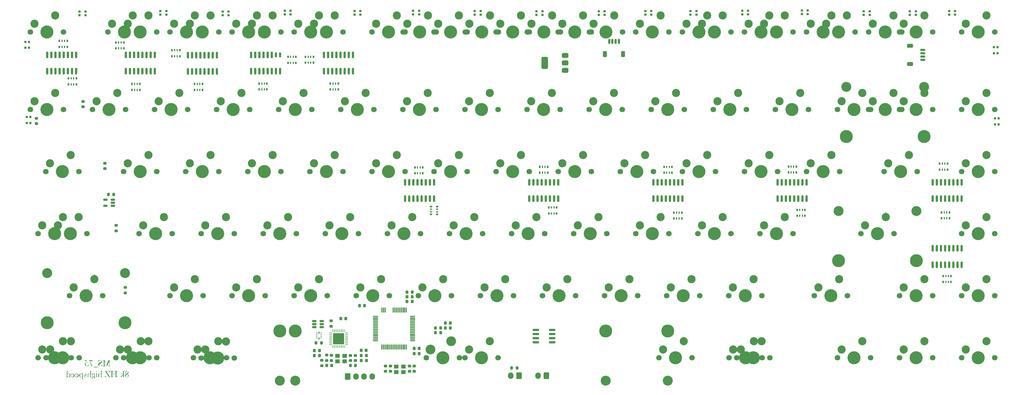
<source format=gbr>
%TF.GenerationSoftware,KiCad,Pcbnew,8.99.0-2206-gee77d06be7*%
%TF.CreationDate,2024-10-02T02:50:37+07:00*%
%TF.ProjectId,75\u0025,3735252e-6b69-4636-9164-5f7063625858,rev?*%
%TF.SameCoordinates,Original*%
%TF.FileFunction,Soldermask,Bot*%
%TF.FilePolarity,Negative*%
%FSLAX46Y46*%
G04 Gerber Fmt 4.6, Leading zero omitted, Abs format (unit mm)*
G04 Created by KiCad (PCBNEW 8.99.0-2206-gee77d06be7) date 2024-10-02 02:50:37*
%MOMM*%
%LPD*%
G01*
G04 APERTURE LIST*
G04 Aperture macros list*
%AMRoundRect*
0 Rectangle with rounded corners*
0 $1 Rounding radius*
0 $2 $3 $4 $5 $6 $7 $8 $9 X,Y pos of 4 corners*
0 Add a 4 corners polygon primitive as box body*
4,1,4,$2,$3,$4,$5,$6,$7,$8,$9,$2,$3,0*
0 Add four circle primitives for the rounded corners*
1,1,$1+$1,$2,$3*
1,1,$1+$1,$4,$5*
1,1,$1+$1,$6,$7*
1,1,$1+$1,$8,$9*
0 Add four rect primitives between the rounded corners*
20,1,$1+$1,$2,$3,$4,$5,0*
20,1,$1+$1,$4,$5,$6,$7,0*
20,1,$1+$1,$6,$7,$8,$9,0*
20,1,$1+$1,$8,$9,$2,$3,0*%
G04 Aperture macros list end*
%ADD10C,0.300000*%
%ADD11RoundRect,0.200000X0.275000X-0.200000X0.275000X0.200000X-0.275000X0.200000X-0.275000X-0.200000X0*%
%ADD12R,0.700000X0.700000*%
%ADD13R,0.500000X0.800000*%
%ADD14R,0.400000X0.800000*%
%ADD15R,0.800000X0.500000*%
%ADD16R,0.800000X0.400000*%
%ADD17RoundRect,0.150000X0.150000X-0.850000X0.150000X0.850000X-0.150000X0.850000X-0.150000X-0.850000X0*%
%ADD18C,1.700000*%
%ADD19C,2.500000*%
%ADD20C,4.000000*%
%ADD21RoundRect,0.250000X-0.600000X-0.725000X0.600000X-0.725000X0.600000X0.725000X-0.600000X0.725000X0*%
%ADD22O,1.700000X1.950000*%
%ADD23C,3.987800*%
%ADD24C,3.048000*%
%ADD25C,0.400000*%
%ADD26C,3.000000*%
%ADD27RoundRect,0.250000X0.600000X0.750000X-0.600000X0.750000X-0.600000X-0.750000X0.600000X-0.750000X0*%
%ADD28O,1.700000X2.000000*%
%ADD29RoundRect,0.225000X0.250000X-0.225000X0.250000X0.225000X-0.250000X0.225000X-0.250000X-0.225000X0*%
%ADD30RoundRect,0.225000X0.225000X0.250000X-0.225000X0.250000X-0.225000X-0.250000X0.225000X-0.250000X0*%
%ADD31RoundRect,0.062500X-0.375000X-0.062500X0.375000X-0.062500X0.375000X0.062500X-0.375000X0.062500X0*%
%ADD32RoundRect,0.062500X-0.062500X-0.375000X0.062500X-0.375000X0.062500X0.375000X-0.062500X0.375000X0*%
%ADD33R,3.450000X3.450000*%
%ADD34RoundRect,0.225000X-0.225000X-0.250000X0.225000X-0.250000X0.225000X0.250000X-0.225000X0.250000X0*%
%ADD35RoundRect,0.200000X-0.275000X0.200000X-0.275000X-0.200000X0.275000X-0.200000X0.275000X0.200000X0*%
%ADD36RoundRect,0.050000X0.225000X0.075000X-0.225000X0.075000X-0.225000X-0.075000X0.225000X-0.075000X0*%
%ADD37RoundRect,0.050000X0.225000X0.050000X-0.225000X0.050000X-0.225000X-0.050000X0.225000X-0.050000X0*%
%ADD38RoundRect,0.050000X0.100000X0.250000X-0.100000X0.250000X-0.100000X-0.250000X0.100000X-0.250000X0*%
%ADD39RoundRect,0.375000X0.625000X0.375000X-0.625000X0.375000X-0.625000X-0.375000X0.625000X-0.375000X0*%
%ADD40RoundRect,0.500000X0.500000X1.400000X-0.500000X1.400000X-0.500000X-1.400000X0.500000X-1.400000X0*%
%ADD41RoundRect,0.200000X0.200000X0.275000X-0.200000X0.275000X-0.200000X-0.275000X0.200000X-0.275000X0*%
%ADD42RoundRect,0.150000X0.150000X0.625000X-0.150000X0.625000X-0.150000X-0.625000X0.150000X-0.625000X0*%
%ADD43RoundRect,0.250000X0.350000X0.650000X-0.350000X0.650000X-0.350000X-0.650000X0.350000X-0.650000X0*%
%ADD44RoundRect,0.150000X0.150000X-0.600000X0.150000X0.600000X-0.150000X0.600000X-0.150000X-0.600000X0*%
%ADD45RoundRect,0.225000X-0.250000X0.225000X-0.250000X-0.225000X0.250000X-0.225000X0.250000X0.225000X0*%
%ADD46RoundRect,0.150000X0.625000X-0.150000X0.625000X0.150000X-0.625000X0.150000X-0.625000X-0.150000X0*%
%ADD47RoundRect,0.250000X0.650000X-0.350000X0.650000X0.350000X-0.650000X0.350000X-0.650000X-0.350000X0*%
%ADD48RoundRect,0.075000X0.075000X-0.700000X0.075000X0.700000X-0.075000X0.700000X-0.075000X-0.700000X0*%
%ADD49RoundRect,0.075000X0.700000X-0.075000X0.700000X0.075000X-0.700000X0.075000X-0.700000X-0.075000X0*%
%ADD50RoundRect,0.200000X-0.200000X-0.275000X0.200000X-0.275000X0.200000X0.275000X-0.200000X0.275000X0*%
%ADD51RoundRect,0.150000X-0.825000X-0.150000X0.825000X-0.150000X0.825000X0.150000X-0.825000X0.150000X0*%
%ADD52R,1.400000X1.200000*%
%ADD53RoundRect,0.150000X0.512500X0.150000X-0.512500X0.150000X-0.512500X-0.150000X0.512500X-0.150000X0*%
G04 APERTURE END LIST*
D10*
G36*
X17112368Y-100743049D02*
G01*
X17188935Y-100751271D01*
X17239863Y-100764298D01*
X17283842Y-100786320D01*
X17325348Y-100820230D01*
X17369556Y-100882756D01*
X17389706Y-100969829D01*
X17399231Y-101137745D01*
X17399231Y-102146468D01*
X17394452Y-102277926D01*
X17383111Y-102354685D01*
X17359874Y-102416754D01*
X17325348Y-102462641D01*
X17271724Y-102501586D01*
X17202175Y-102528241D01*
X17112368Y-102541165D01*
X17112368Y-102580000D01*
X17993230Y-102580000D01*
X17993230Y-102541165D01*
X17915472Y-102532623D01*
X17863171Y-102518695D01*
X17818048Y-102495754D01*
X17777564Y-102462763D01*
X17742942Y-102414636D01*
X17720411Y-102352732D01*
X17709499Y-102276673D01*
X17704901Y-102146468D01*
X17704901Y-100941985D01*
X18402093Y-102580000D01*
X18435920Y-102580000D01*
X19128959Y-100966531D01*
X19128959Y-102146468D01*
X19124342Y-102277757D01*
X19113450Y-102353342D01*
X19090950Y-102414723D01*
X19056297Y-102462763D01*
X19015724Y-102496597D01*
X18970812Y-102519305D01*
X18918595Y-102532818D01*
X18841974Y-102541165D01*
X18841974Y-102580000D01*
X19479692Y-102580000D01*
X19479692Y-102541165D01*
X19403087Y-102532814D01*
X19350976Y-102519305D01*
X19305983Y-102496584D01*
X19265491Y-102462763D01*
X19230870Y-102414636D01*
X19208338Y-102352732D01*
X19197341Y-102276673D01*
X19192707Y-102146468D01*
X19192707Y-101137745D01*
X19196859Y-101018921D01*
X19209335Y-100925760D01*
X19227755Y-100872620D01*
X19268147Y-100817111D01*
X19319957Y-100779075D01*
X19384614Y-100755974D01*
X19479692Y-100743049D01*
X19479692Y-100704214D01*
X18880076Y-100704214D01*
X18291084Y-102160879D01*
X17680355Y-100704214D01*
X17112368Y-100704214D01*
X17112368Y-100743049D01*
G37*
G36*
X16917584Y-102572184D02*
G01*
X16913432Y-102001632D01*
X16875086Y-102001632D01*
X16807913Y-102209014D01*
X16738188Y-102348824D01*
X16654722Y-102454960D01*
X16566312Y-102525416D01*
X16471494Y-102566274D01*
X16367183Y-102580000D01*
X16267974Y-102567980D01*
X16183527Y-102533294D01*
X16110362Y-102475464D01*
X16054548Y-102400396D01*
X16020766Y-102313200D01*
X16009001Y-102210338D01*
X16014472Y-102141009D01*
X16031349Y-102068799D01*
X16058195Y-102000454D01*
X16091555Y-101944846D01*
X16136934Y-101894625D01*
X16202197Y-101842752D01*
X16420917Y-101718066D01*
X16620097Y-101606570D01*
X16684664Y-101559033D01*
X16732082Y-101514002D01*
X16797627Y-101421350D01*
X16836977Y-101316825D01*
X16850540Y-101196852D01*
X16839054Y-101084188D01*
X16804500Y-100975568D01*
X16749050Y-100876325D01*
X16675784Y-100792997D01*
X16598852Y-100733217D01*
X16516562Y-100691261D01*
X16427630Y-100665957D01*
X16330303Y-100657320D01*
X16210624Y-100671242D01*
X16063711Y-100723876D01*
X15971388Y-100758681D01*
X15928645Y-100766008D01*
X15903704Y-100759385D01*
X15883499Y-100738431D01*
X15867462Y-100696399D01*
X15829116Y-100696399D01*
X15819347Y-101243503D01*
X15857693Y-101243503D01*
X15921929Y-101040903D01*
X15985187Y-100912920D01*
X16057615Y-100817347D01*
X16131367Y-100755261D01*
X16216125Y-100717282D01*
X16315282Y-100704214D01*
X16411336Y-100716246D01*
X16489558Y-100750441D01*
X16554151Y-100806919D01*
X16586383Y-100852024D01*
X16611548Y-100905715D01*
X16627290Y-100962939D01*
X16632431Y-101019288D01*
X16621944Y-101101911D01*
X16590641Y-101177954D01*
X16536664Y-101249707D01*
X16455582Y-101318364D01*
X16340805Y-101383942D01*
X16148220Y-101477121D01*
X16003752Y-101555912D01*
X15898789Y-101633841D01*
X15825697Y-101710861D01*
X15763152Y-101811415D01*
X15725672Y-101921690D01*
X15712857Y-102044619D01*
X15725596Y-102169407D01*
X15763781Y-102288618D01*
X15820219Y-102389616D01*
X15891447Y-102472326D01*
X15978471Y-102538845D01*
X16077207Y-102586937D01*
X16188538Y-102616584D01*
X16315160Y-102626894D01*
X16431724Y-102618924D01*
X16544873Y-102595122D01*
X16655634Y-102555209D01*
X16756140Y-102512222D01*
X16792044Y-102506727D01*
X16829532Y-102513922D01*
X16857980Y-102534807D01*
X16879483Y-102572184D01*
X16917584Y-102572184D01*
G37*
G36*
X15542131Y-102814473D02*
G01*
X14259612Y-102814473D01*
X14259612Y-102947341D01*
X15542131Y-102947341D01*
X15542131Y-102814473D01*
G37*
G36*
X12959751Y-100735478D02*
G01*
X13627267Y-102425027D01*
X13654622Y-102494637D01*
X13681413Y-102546066D01*
X13708478Y-102577435D01*
X13741893Y-102596737D01*
X13783949Y-102603447D01*
X13829953Y-102595604D01*
X13868579Y-102572428D01*
X13895292Y-102537819D01*
X13903994Y-102497323D01*
X13896784Y-102455661D01*
X13869312Y-102390467D01*
X13840613Y-102337344D01*
X13115456Y-100962135D01*
X13704692Y-100962135D01*
X13817166Y-100969584D01*
X13885676Y-100995596D01*
X13922577Y-101025872D01*
X13952965Y-101063496D01*
X14023551Y-101205157D01*
X14031367Y-101223841D01*
X14066171Y-101223841D01*
X13941241Y-100664159D01*
X13906314Y-100673684D01*
X13892799Y-100712358D01*
X13877372Y-100728883D01*
X13852041Y-100736035D01*
X13790788Y-100739508D01*
X12959751Y-100735478D01*
G37*
G36*
X12459786Y-101715868D02*
G01*
X12211635Y-100703360D01*
X12020159Y-100739794D01*
X11853698Y-100751109D01*
X11696649Y-100740484D01*
X11639560Y-100725529D01*
X11580634Y-100701161D01*
X11597636Y-100772483D01*
X11616660Y-100820474D01*
X11642944Y-100861415D01*
X11678942Y-100898998D01*
X11731761Y-100931949D01*
X11804752Y-100953887D01*
X11904256Y-100962135D01*
X12026467Y-100953766D01*
X12205896Y-100923667D01*
X12351342Y-101506430D01*
X12286557Y-101463446D01*
X12228610Y-101436577D01*
X12166568Y-101421127D01*
X12087316Y-101415450D01*
X11983555Y-101425278D01*
X11891176Y-101453824D01*
X11807841Y-101500909D01*
X11731942Y-101567979D01*
X11674809Y-101641924D01*
X11632169Y-101727348D01*
X11605707Y-101819106D01*
X11596998Y-101911385D01*
X11604104Y-102005975D01*
X11625766Y-102102004D01*
X11662944Y-102200446D01*
X11731792Y-102321843D01*
X11814289Y-102420325D01*
X11910972Y-102498667D01*
X12020885Y-102556400D01*
X12141623Y-102591418D01*
X12275871Y-102603447D01*
X12385185Y-102595234D01*
X12488240Y-102570963D01*
X12582792Y-102531528D01*
X12655547Y-102482791D01*
X12702544Y-102432998D01*
X12737857Y-102376301D01*
X12760164Y-102314260D01*
X12767532Y-102250150D01*
X12758231Y-102191230D01*
X12731628Y-102145003D01*
X12690932Y-102113679D01*
X12640648Y-102103237D01*
X12599159Y-102111578D01*
X12566154Y-102136332D01*
X12544548Y-102173163D01*
X12536967Y-102220718D01*
X12539654Y-102276406D01*
X12543806Y-102332826D01*
X12535722Y-102399717D01*
X12512685Y-102454909D01*
X12474685Y-102501109D01*
X12425226Y-102535474D01*
X12365358Y-102556797D01*
X12292236Y-102564368D01*
X12202933Y-102553935D01*
X12122735Y-102523244D01*
X12049231Y-102471355D01*
X11981070Y-102394986D01*
X11925117Y-102297975D01*
X11879221Y-102174556D01*
X11850645Y-102042397D01*
X11841119Y-101907477D01*
X11851126Y-101771495D01*
X11878582Y-101663359D01*
X11920864Y-101577627D01*
X11981652Y-101507781D01*
X12051443Y-101467998D01*
X12133722Y-101454528D01*
X12192035Y-101461796D01*
X12244860Y-101483323D01*
X12293823Y-101520108D01*
X12353707Y-101597054D01*
X12406908Y-101715868D01*
X12459786Y-101715868D01*
G37*
G36*
X24614282Y-104050898D02*
G01*
X24716869Y-104080701D01*
X24809888Y-104129309D01*
X24886984Y-104193663D01*
X24955936Y-104286214D01*
X24996984Y-104389798D01*
X25011060Y-104508004D01*
X24998797Y-104618026D01*
X24962476Y-104719148D01*
X24900906Y-104813918D01*
X24840005Y-104877907D01*
X24762131Y-104937746D01*
X24664601Y-104993314D01*
X24815148Y-105078433D01*
X24896266Y-105136563D01*
X24965861Y-105208830D01*
X25014220Y-105287835D01*
X25043327Y-105375106D01*
X25053314Y-105473007D01*
X25044423Y-105564380D01*
X25018257Y-105648169D01*
X24974494Y-105726184D01*
X24911409Y-105799682D01*
X24822209Y-105870187D01*
X24720653Y-105920959D01*
X24604371Y-105952435D01*
X24470184Y-105963447D01*
X24349037Y-105953219D01*
X24243974Y-105923950D01*
X24152079Y-105876623D01*
X24071213Y-105810673D01*
X24008047Y-105734576D01*
X23963330Y-105650493D01*
X23936047Y-105556781D01*
X23935088Y-105546036D01*
X24129832Y-105546036D01*
X24136649Y-105626040D01*
X24156943Y-105702229D01*
X24189870Y-105771934D01*
X24232536Y-105828258D01*
X24297488Y-105880931D01*
X24375825Y-105913048D01*
X24471527Y-105924368D01*
X24583076Y-105910078D01*
X24675286Y-105869163D01*
X24752773Y-105801025D01*
X24807435Y-105717345D01*
X24841087Y-105619018D01*
X24852913Y-105502194D01*
X24845688Y-105404858D01*
X24824722Y-105316919D01*
X24790508Y-105236824D01*
X24743287Y-105163331D01*
X24680697Y-105092653D01*
X24600732Y-105024455D01*
X24451861Y-105094465D01*
X24343638Y-105160560D01*
X24267951Y-105222780D01*
X24206789Y-105294504D01*
X24164167Y-105371340D01*
X24138565Y-105454570D01*
X24129832Y-105546036D01*
X23935088Y-105546036D01*
X23926622Y-105451147D01*
X23935084Y-105352925D01*
X23959827Y-105263423D01*
X24000723Y-105180905D01*
X24058757Y-105104078D01*
X24167933Y-105005160D01*
X24328523Y-104905509D01*
X24193865Y-104812932D01*
X24122993Y-104751270D01*
X24056707Y-104663660D01*
X24017673Y-104567655D01*
X24006883Y-104480160D01*
X24218614Y-104480160D01*
X24230344Y-104600846D01*
X24264043Y-104705230D01*
X24320081Y-104797459D01*
X24398499Y-104875833D01*
X24564331Y-104803089D01*
X24667166Y-104738813D01*
X24741180Y-104668785D01*
X24791899Y-104592940D01*
X24822096Y-104509857D01*
X24832396Y-104417145D01*
X24822437Y-104321755D01*
X24794138Y-104242021D01*
X24748132Y-104174612D01*
X24686698Y-104121908D01*
X24616028Y-104090631D01*
X24533076Y-104079846D01*
X24446794Y-104092363D01*
X24372582Y-104129100D01*
X24307152Y-104192320D01*
X24259178Y-104271519D01*
X24229234Y-104366176D01*
X24218614Y-104480160D01*
X24006883Y-104480160D01*
X24004413Y-104460132D01*
X24013190Y-104372629D01*
X24038660Y-104295330D01*
X24080763Y-104226053D01*
X24141067Y-104163377D01*
X24215465Y-104112513D01*
X24305564Y-104073129D01*
X24402621Y-104048873D01*
X24502913Y-104040767D01*
X24614282Y-104050898D01*
G37*
G36*
X23354361Y-105371158D02*
G01*
X23112560Y-105106765D01*
X23010711Y-104979881D01*
X22991223Y-104937965D01*
X22985065Y-104897571D01*
X22991369Y-104864991D01*
X23009732Y-104840101D01*
X23042707Y-104821123D01*
X23142236Y-104806468D01*
X23142236Y-104767634D01*
X22608443Y-104767634D01*
X22608443Y-104806713D01*
X22704835Y-104815964D01*
X22771841Y-104840174D01*
X22834620Y-104885230D01*
X22931820Y-104979759D01*
X22986531Y-105041430D01*
X23133076Y-105198967D01*
X22782832Y-105593785D01*
X22725557Y-105655334D01*
X22664130Y-105718227D01*
X22558007Y-105817267D01*
X22480704Y-105867826D01*
X22424500Y-105888574D01*
X22344661Y-105901287D01*
X22344661Y-105940000D01*
X22993247Y-105940000D01*
X22993247Y-105901287D01*
X22938134Y-105892793D01*
X22910693Y-105882725D01*
X22887475Y-105859834D01*
X22879919Y-105829968D01*
X22888511Y-105793811D01*
X22918509Y-105750956D01*
X22947208Y-105718105D01*
X23274982Y-105354183D01*
X23354361Y-105440889D01*
X23354361Y-105538831D01*
X23353017Y-105642267D01*
X23349798Y-105728005D01*
X23342270Y-105776357D01*
X23326454Y-105815034D01*
X23300993Y-105846210D01*
X23253400Y-105875301D01*
X23158966Y-105901531D01*
X23158966Y-105940000D01*
X23769329Y-105940000D01*
X23769329Y-105901409D01*
X23691376Y-105886611D01*
X23650139Y-105870879D01*
X23619708Y-105845730D01*
X23594085Y-105804811D01*
X23582339Y-105769736D01*
X23573202Y-105711022D01*
X23567096Y-105527962D01*
X23567096Y-104456102D01*
X23573935Y-104260341D01*
X23585267Y-104207164D01*
X23603366Y-104168750D01*
X23629089Y-104136150D01*
X23658076Y-104115505D01*
X23694340Y-104103253D01*
X23754308Y-104095233D01*
X23754308Y-104056887D01*
X23354361Y-104009016D01*
X23354361Y-105371158D01*
G37*
G36*
X21048708Y-104931765D02*
G01*
X20086513Y-104931765D01*
X20086513Y-104497013D01*
X20091130Y-104366060D01*
X20102023Y-104290628D01*
X20124528Y-104229268D01*
X20159176Y-104181329D01*
X20199753Y-104147523D01*
X20244661Y-104124909D01*
X20296947Y-104111426D01*
X20374842Y-104103049D01*
X20374842Y-104064214D01*
X19493980Y-104064214D01*
X19493980Y-104103049D01*
X19570595Y-104111430D01*
X19622818Y-104125031D01*
X19667704Y-104147650D01*
X19708181Y-104181451D01*
X19742796Y-104229595D01*
X19765334Y-104291605D01*
X19776244Y-104367557D01*
X19780843Y-104497745D01*
X19780843Y-105506468D01*
X19776235Y-105636582D01*
X19765334Y-105711999D01*
X19742894Y-105773612D01*
X19708181Y-105822763D01*
X19667817Y-105855756D01*
X19622818Y-105878695D01*
X19570571Y-105892651D01*
X19493980Y-105901165D01*
X19493980Y-105940000D01*
X20374842Y-105940000D01*
X20374842Y-105901165D01*
X20297090Y-105892590D01*
X20244783Y-105878572D01*
X20199668Y-105855607D01*
X20159176Y-105822519D01*
X20124530Y-105774343D01*
X20102023Y-105712732D01*
X20091128Y-105636780D01*
X20086513Y-105505125D01*
X20086513Y-105002107D01*
X21048708Y-105002107D01*
X21048708Y-105505125D01*
X21044111Y-105635680D01*
X21033199Y-105711999D01*
X21010653Y-105774239D01*
X20976046Y-105822519D01*
X20936774Y-105855549D01*
X20892026Y-105878572D01*
X20839613Y-105892593D01*
X20761845Y-105901165D01*
X20761845Y-105940000D01*
X21642707Y-105940000D01*
X21642707Y-105901165D01*
X21564949Y-105892623D01*
X21512647Y-105878695D01*
X21467788Y-105855688D01*
X21428506Y-105822763D01*
X21392940Y-105774604D01*
X21370620Y-105713342D01*
X21360157Y-105637754D01*
X21355721Y-105506468D01*
X21355721Y-104497745D01*
X21360157Y-104366460D01*
X21370620Y-104290872D01*
X21392940Y-104229610D01*
X21428506Y-104181451D01*
X21468006Y-104147658D01*
X21513258Y-104124909D01*
X21565915Y-104111385D01*
X21642707Y-104103049D01*
X21642707Y-104064214D01*
X20761845Y-104064214D01*
X20761845Y-104103049D01*
X20838557Y-104111402D01*
X20890683Y-104124909D01*
X20935569Y-104147528D01*
X20976046Y-104181329D01*
X21010662Y-104229355D01*
X21033199Y-104291238D01*
X21044111Y-104367144D01*
X21048708Y-104497013D01*
X21048708Y-104931765D01*
G37*
G36*
X19333268Y-104064214D02*
G01*
X17862438Y-104064214D01*
X17862438Y-104100607D01*
X19041032Y-105893105D01*
X18611042Y-105893105D01*
X18412207Y-105884416D01*
X18258779Y-105861135D01*
X18142366Y-105826821D01*
X18055634Y-105784050D01*
X17970848Y-105718757D01*
X17896285Y-105632226D01*
X17831663Y-105521001D01*
X17801405Y-105441886D01*
X17778174Y-105344535D01*
X17739340Y-105346123D01*
X17782082Y-105940000D01*
X19405931Y-105940000D01*
X19405931Y-105903607D01*
X18216712Y-104111109D01*
X18600051Y-104111109D01*
X18800115Y-104119918D01*
X18932954Y-104142006D01*
X19048509Y-104184502D01*
X19150941Y-104249717D01*
X19221386Y-104317295D01*
X19270864Y-104388691D01*
X19304415Y-104470287D01*
X19326185Y-104575415D01*
X19365264Y-104571873D01*
X19333268Y-104064214D01*
G37*
G36*
X16566363Y-104016831D02*
G01*
X16566363Y-104940436D01*
X16488083Y-104858126D01*
X16447919Y-104827999D01*
X16398446Y-104800851D01*
X16292992Y-104764629D01*
X16169957Y-104752002D01*
X16063365Y-104759880D01*
X15974973Y-104781900D01*
X15901534Y-104816482D01*
X15836095Y-104871430D01*
X15796998Y-104934330D01*
X15776849Y-105012818D01*
X15768544Y-105142058D01*
X15768544Y-105539075D01*
X15767201Y-105642390D01*
X15763981Y-105728127D01*
X15756454Y-105776479D01*
X15740612Y-105815147D01*
X15715055Y-105846332D01*
X15667576Y-105875325D01*
X15573150Y-105901531D01*
X15573150Y-105940000D01*
X16183391Y-105940000D01*
X16183391Y-105901409D01*
X16078244Y-105878206D01*
X16050386Y-105860801D01*
X16024266Y-105833021D01*
X16004656Y-105795649D01*
X15990805Y-105741796D01*
X15981280Y-105569727D01*
X15981280Y-105137906D01*
X15985520Y-105045472D01*
X15996178Y-104983789D01*
X16016219Y-104930556D01*
X16045882Y-104885725D01*
X16096429Y-104842702D01*
X16159735Y-104816184D01*
X16239689Y-104806713D01*
X16334778Y-104819610D01*
X16410624Y-104856195D01*
X16472018Y-104917230D01*
X16520415Y-105008425D01*
X16553650Y-105139498D01*
X16566363Y-105323164D01*
X16566363Y-105541151D01*
X16565020Y-105641901D01*
X16561799Y-105727853D01*
X16554273Y-105776235D01*
X16538437Y-105814925D01*
X16512874Y-105846210D01*
X16465382Y-105875294D01*
X16370969Y-105901531D01*
X16370969Y-105940000D01*
X16981332Y-105940000D01*
X16981332Y-105901409D01*
X16903372Y-105886646D01*
X16862141Y-105871001D01*
X16831708Y-105845968D01*
X16806088Y-105805177D01*
X16794341Y-105770238D01*
X16785205Y-105711755D01*
X16779099Y-105529549D01*
X16779099Y-104462330D01*
X16785938Y-104267424D01*
X16797266Y-104214479D01*
X16815369Y-104176200D01*
X16841080Y-104143829D01*
X16870079Y-104123321D01*
X16906343Y-104111069D01*
X16966311Y-104103049D01*
X16966311Y-104064703D01*
X16566363Y-104016831D01*
G37*
G36*
X15500854Y-104799385D02*
G01*
X15100906Y-104751514D01*
X15100906Y-105539930D01*
X15099563Y-105643000D01*
X15096340Y-105728601D01*
X15088816Y-105776723D01*
X15073007Y-105815297D01*
X15047539Y-105846454D01*
X14999973Y-105875363D01*
X14905512Y-105901531D01*
X14905512Y-105940000D01*
X15515875Y-105940000D01*
X15515875Y-105901409D01*
X15437907Y-105886681D01*
X15396684Y-105871123D01*
X15366240Y-105846224D01*
X15340631Y-105805666D01*
X15328884Y-105770861D01*
X15319748Y-105712609D01*
X15313642Y-105531259D01*
X15313642Y-105196891D01*
X15320481Y-105002107D01*
X15331788Y-104949949D01*
X15349912Y-104911981D01*
X15375604Y-104879377D01*
X15404622Y-104858370D01*
X15440920Y-104845789D01*
X15500854Y-104837732D01*
X15500854Y-104799385D01*
G37*
G36*
X15212769Y-104267424D02*
G01*
X15263370Y-104258355D01*
X15303628Y-104231887D01*
X15330506Y-104192029D01*
X15339654Y-104142372D01*
X15330451Y-104093815D01*
X15303017Y-104053590D01*
X15262280Y-104026470D01*
X15212769Y-104017320D01*
X15163279Y-104026474D01*
X15122644Y-104053590D01*
X15095115Y-104093824D01*
X15085885Y-104142372D01*
X15095033Y-104192029D01*
X15121911Y-104231887D01*
X15162169Y-104258355D01*
X15212769Y-104267424D01*
G37*
G36*
X14419418Y-104760836D02*
G01*
X14503610Y-104787662D01*
X14580913Y-104830633D01*
X14646859Y-104887801D01*
X14705241Y-104964944D01*
X14739088Y-105046572D01*
X14750418Y-105135097D01*
X14743074Y-105205498D01*
X14721237Y-105271301D01*
X14684228Y-105333911D01*
X14607905Y-105413180D01*
X14508251Y-105473862D01*
X14612106Y-105505002D01*
X14667986Y-105530160D01*
X14720145Y-105574004D01*
X14749855Y-105625014D01*
X14759943Y-105685865D01*
X14750728Y-105743826D01*
X14722937Y-105796300D01*
X14673603Y-105845355D01*
X14615201Y-105879421D01*
X14543601Y-105900995D01*
X14455495Y-105908736D01*
X14238240Y-105908736D01*
X14147407Y-105915670D01*
X14078366Y-105934342D01*
X14026360Y-105962592D01*
X13985606Y-106003376D01*
X13961114Y-106053942D01*
X13952476Y-106117442D01*
X13964708Y-106195661D01*
X14000830Y-106262843D01*
X14063851Y-106322117D01*
X14141854Y-106364397D01*
X14238110Y-106391398D01*
X14357065Y-106401130D01*
X14469234Y-106392443D01*
X14561465Y-106368214D01*
X14637455Y-106330177D01*
X14700046Y-106276368D01*
X14735008Y-106217059D01*
X14746632Y-106149560D01*
X14737342Y-106085507D01*
X14711461Y-106037575D01*
X14671204Y-106005432D01*
X14620725Y-105994710D01*
X14589779Y-105998568D01*
X14565526Y-106009364D01*
X14544350Y-106028543D01*
X14518753Y-106064685D01*
X14488467Y-106056259D01*
X14488467Y-106038307D01*
X14498804Y-105981873D01*
X14528645Y-105938778D01*
X14573553Y-105910715D01*
X14631716Y-105900921D01*
X14686572Y-105908133D01*
X14734739Y-105929312D01*
X14778017Y-105965401D01*
X14811161Y-106011417D01*
X14831019Y-106063290D01*
X14837857Y-106122815D01*
X14828680Y-106197757D01*
X14802044Y-106262381D01*
X14757379Y-106319187D01*
X14692025Y-106367580D01*
X14603715Y-106405379D01*
X14486366Y-106430747D01*
X14332518Y-106440209D01*
X14190023Y-106432455D01*
X14074996Y-106411185D01*
X13982773Y-106378793D01*
X13909367Y-106336772D01*
X13847334Y-106280797D01*
X13804019Y-106216532D01*
X13777635Y-106142348D01*
X13768439Y-106055526D01*
X13782564Y-105952637D01*
X13822832Y-105869670D01*
X13890194Y-105801758D01*
X13956555Y-105762668D01*
X14034908Y-105734836D01*
X14122198Y-105719205D01*
X14236897Y-105713342D01*
X14462333Y-105713342D01*
X14547905Y-105705796D01*
X14596386Y-105687709D01*
X14621104Y-105662995D01*
X14629151Y-105630666D01*
X14619805Y-105593183D01*
X14590624Y-105562827D01*
X14533132Y-105538441D01*
X14432047Y-105523688D01*
X14258146Y-105510132D01*
X14169068Y-105483576D01*
X14085833Y-105439790D01*
X14014105Y-105380774D01*
X13965054Y-105314556D01*
X13935715Y-105239710D01*
X13925610Y-105153538D01*
X13928559Y-105129724D01*
X14127354Y-105129724D01*
X14134315Y-105236499D01*
X14153061Y-105318592D01*
X14181210Y-105381050D01*
X14222931Y-105432082D01*
X14272026Y-105461156D01*
X14331175Y-105471053D01*
X14389779Y-105461302D01*
X14441073Y-105432123D01*
X14487368Y-105380317D01*
X14520127Y-105317038D01*
X14541034Y-105239583D01*
X14548551Y-105144623D01*
X14544185Y-105074921D01*
X14530966Y-105004794D01*
X14509524Y-104938507D01*
X14483582Y-104886702D01*
X14438297Y-104831972D01*
X14387374Y-104801326D01*
X14328366Y-104791081D01*
X14278818Y-104799008D01*
X14235916Y-104822538D01*
X14197696Y-104863866D01*
X14160225Y-104933378D01*
X14136106Y-105020530D01*
X14127354Y-105129724D01*
X13928559Y-105129724D01*
X13937127Y-105060532D01*
X13972452Y-104968461D01*
X14034664Y-104875101D01*
X13981142Y-104840425D01*
X13933548Y-104830160D01*
X13892187Y-104838109D01*
X13862839Y-104860690D01*
X13831454Y-104900624D01*
X13791104Y-104936514D01*
X13749144Y-104947397D01*
X13721246Y-104941847D01*
X13698586Y-104925293D01*
X13683482Y-104900771D01*
X13678314Y-104870582D01*
X13690500Y-104822551D01*
X13729238Y-104781067D01*
X13775654Y-104759827D01*
X13839392Y-104752002D01*
X13898543Y-104757390D01*
X13952110Y-104773129D01*
X14003930Y-104799539D01*
X14066294Y-104842861D01*
X14159620Y-104790845D01*
X14248238Y-104761464D01*
X14333984Y-104752002D01*
X14419418Y-104760836D01*
G37*
G36*
X13272016Y-104016831D02*
G01*
X13272016Y-104940436D01*
X13193736Y-104858126D01*
X13153571Y-104827999D01*
X13104099Y-104800851D01*
X12998644Y-104764629D01*
X12875610Y-104752002D01*
X12769018Y-104759880D01*
X12680626Y-104781900D01*
X12607187Y-104816482D01*
X12541748Y-104871430D01*
X12502651Y-104934330D01*
X12482501Y-105012818D01*
X12474197Y-105142058D01*
X12474197Y-105539075D01*
X12472853Y-105642390D01*
X12469634Y-105728127D01*
X12462107Y-105776479D01*
X12446265Y-105815147D01*
X12420707Y-105846332D01*
X12373229Y-105875325D01*
X12278802Y-105901531D01*
X12278802Y-105940000D01*
X12889043Y-105940000D01*
X12889043Y-105901409D01*
X12783896Y-105878206D01*
X12756039Y-105860801D01*
X12729919Y-105833021D01*
X12710309Y-105795649D01*
X12696458Y-105741796D01*
X12686932Y-105569727D01*
X12686932Y-105137906D01*
X12691173Y-105045472D01*
X12701831Y-104983789D01*
X12721872Y-104930556D01*
X12751534Y-104885725D01*
X12802082Y-104842702D01*
X12865387Y-104816184D01*
X12945341Y-104806713D01*
X13040430Y-104819610D01*
X13116276Y-104856195D01*
X13177671Y-104917230D01*
X13226067Y-105008425D01*
X13259303Y-105139498D01*
X13272016Y-105323164D01*
X13272016Y-105541151D01*
X13270672Y-105641901D01*
X13267451Y-105727853D01*
X13259926Y-105776235D01*
X13244089Y-105814925D01*
X13218527Y-105846210D01*
X13171034Y-105875294D01*
X13076622Y-105901531D01*
X13076622Y-105940000D01*
X13686984Y-105940000D01*
X13686984Y-105901409D01*
X13609024Y-105886646D01*
X13567794Y-105871001D01*
X13537360Y-105845968D01*
X13511740Y-105805177D01*
X13499994Y-105770238D01*
X13490857Y-105711755D01*
X13484751Y-105529549D01*
X13484751Y-104462330D01*
X13491590Y-104267424D01*
X13502919Y-104214479D01*
X13521021Y-104176200D01*
X13546733Y-104143829D01*
X13575732Y-104123321D01*
X13611996Y-104111069D01*
X13671963Y-104103049D01*
X13671963Y-104064703D01*
X13272016Y-104016831D01*
G37*
G36*
X12127250Y-105940000D02*
G01*
X12127250Y-105549211D01*
X12098551Y-105549211D01*
X12052742Y-105682087D01*
X12002686Y-105774159D01*
X11944431Y-105843830D01*
X11885327Y-105889588D01*
X11824418Y-105915726D01*
X11759908Y-105924368D01*
X11680360Y-105911481D01*
X11613363Y-105873565D01*
X11576901Y-105832183D01*
X11554534Y-105780414D01*
X11546562Y-105715052D01*
X11558844Y-105635612D01*
X11594922Y-105568140D01*
X11663188Y-105506346D01*
X11802651Y-105426479D01*
X11958711Y-105334171D01*
X12033216Y-105272972D01*
X12079813Y-105210198D01*
X12107069Y-105142730D01*
X12116259Y-105068541D01*
X12106883Y-104988818D01*
X12079436Y-104918134D01*
X12033216Y-104854218D01*
X11963838Y-104798080D01*
X11880921Y-104763979D01*
X11780425Y-104752002D01*
X11711832Y-104758514D01*
X11649022Y-104777648D01*
X11602738Y-104798531D01*
X11565979Y-104806713D01*
X11544456Y-104798638D01*
X11518963Y-104767634D01*
X11485746Y-104767634D01*
X11470236Y-105080265D01*
X11506140Y-105080265D01*
X11538746Y-104974019D01*
X11586618Y-104899159D01*
X11632273Y-104853629D01*
X11683827Y-104819780D01*
X11739653Y-104797996D01*
X11792759Y-104791081D01*
X11862047Y-104804543D01*
X11920498Y-104845059D01*
X11959916Y-104904768D01*
X11973254Y-104977683D01*
X11961618Y-105039047D01*
X11925627Y-105095652D01*
X11868920Y-105143656D01*
X11777494Y-105193105D01*
X11632658Y-105258440D01*
X11549270Y-105303248D01*
X11485065Y-105352347D01*
X11437019Y-105405596D01*
X11401262Y-105467073D01*
X11379547Y-105535775D01*
X11372051Y-105613569D01*
X11382900Y-105706091D01*
X11414165Y-105784948D01*
X11466084Y-105853293D01*
X11543832Y-105914035D01*
X11634536Y-105950685D01*
X11742079Y-105963447D01*
X11832685Y-105955115D01*
X11926604Y-105929375D01*
X11998534Y-105904096D01*
X12029064Y-105900921D01*
X12069406Y-105910663D01*
X12099284Y-105940000D01*
X12127250Y-105940000D01*
G37*
G36*
X11232832Y-104768122D02*
G01*
X11232832Y-104806713D01*
X11158013Y-104815081D01*
X11105223Y-104837354D01*
X11068579Y-104871803D01*
X11044640Y-104918163D01*
X11027705Y-104988659D01*
X11021074Y-105091988D01*
X11021074Y-106047955D01*
X11027180Y-106232725D01*
X11036328Y-106292917D01*
X11048063Y-106328712D01*
X11073748Y-106369914D01*
X11104116Y-106394658D01*
X11145333Y-106410178D01*
X11223307Y-106425066D01*
X11223307Y-106463656D01*
X10612944Y-106463656D01*
X10612944Y-106425188D01*
X10707330Y-106399897D01*
X10754849Y-106370966D01*
X10780447Y-106338525D01*
X10796248Y-106299281D01*
X10803773Y-106250746D01*
X10806995Y-106164459D01*
X10806995Y-106070181D01*
X10808338Y-105826793D01*
X10715959Y-105893646D01*
X10640788Y-105932794D01*
X10561399Y-105955305D01*
X10462490Y-105963447D01*
X10356474Y-105954835D01*
X10260112Y-105929725D01*
X10171627Y-105888426D01*
X10089654Y-105830212D01*
X10028366Y-105770012D01*
X9976888Y-105699545D01*
X9934926Y-105617599D01*
X9894384Y-105484643D01*
X9882263Y-105356992D01*
X10124825Y-105356992D01*
X10133753Y-105475968D01*
X10160240Y-105589145D01*
X10203692Y-105694243D01*
X10260624Y-105781608D01*
X10339025Y-105858982D01*
X10421235Y-105902297D01*
X10510362Y-105916552D01*
X10572418Y-105908989D01*
X10634926Y-105885655D01*
X10690819Y-105849230D01*
X10733966Y-105803590D01*
X10768253Y-105739291D01*
X10792096Y-105650694D01*
X10803576Y-105544145D01*
X10808338Y-105367983D01*
X10803642Y-105198600D01*
X10792096Y-105091256D01*
X10768444Y-104999827D01*
X10733844Y-104929445D01*
X10689708Y-104875352D01*
X10632728Y-104833946D01*
X10567322Y-104807633D01*
X10498028Y-104798897D01*
X10407647Y-104813568D01*
X10326446Y-104857778D01*
X10251098Y-104936406D01*
X10198914Y-105022617D01*
X10158164Y-105128503D01*
X10133158Y-105241568D01*
X10124825Y-105356992D01*
X9882263Y-105356992D01*
X9880582Y-105339284D01*
X9893641Y-105199785D01*
X9931506Y-105075990D01*
X9993569Y-104965937D01*
X10075976Y-104877055D01*
X10180883Y-104808022D01*
X10298872Y-104766372D01*
X10433670Y-104752002D01*
X10535775Y-104758107D01*
X10627354Y-104775694D01*
X10716306Y-104805500D01*
X10812368Y-104850921D01*
X10812368Y-104832480D01*
X10828366Y-104712435D01*
X11232832Y-104768122D01*
G37*
G36*
X9265390Y-104766322D02*
G01*
X9386821Y-104808533D01*
X9499563Y-104879619D01*
X9579145Y-104955080D01*
X9640227Y-105039668D01*
X9684254Y-105134608D01*
X9711485Y-105241828D01*
X9720969Y-105363831D01*
X9707199Y-105510780D01*
X9667877Y-105636473D01*
X9604099Y-105745094D01*
X9543352Y-105813516D01*
X9475294Y-105868108D01*
X9399179Y-105909958D01*
X9316729Y-105938721D01*
X9220815Y-105956980D01*
X9109141Y-105963447D01*
X8981272Y-105953162D01*
X8878509Y-105924728D01*
X8795899Y-105880404D01*
X8727734Y-105817417D01*
X8676257Y-105735517D01*
X8641416Y-105630544D01*
X8675610Y-105618454D01*
X8718159Y-105718333D01*
X8760728Y-105776235D01*
X8808583Y-105814851D01*
X8869416Y-105844989D01*
X8936405Y-105863426D01*
X9007902Y-105869658D01*
X9104459Y-105858758D01*
X9196824Y-105825938D01*
X9279775Y-105773866D01*
X9347766Y-105705771D01*
X9399841Y-105623471D01*
X9442044Y-105516727D01*
X9468050Y-105401574D01*
X9476726Y-105283597D01*
X9471475Y-105189685D01*
X8669259Y-105189685D01*
X8675027Y-105134975D01*
X8880896Y-105134975D01*
X9462560Y-105134975D01*
X9443563Y-105041045D01*
X9409242Y-104960181D01*
X9359734Y-104890122D01*
X9296588Y-104833816D01*
X9229714Y-104801743D01*
X9156768Y-104791081D01*
X9090583Y-104800476D01*
X9027686Y-104829061D01*
X8973436Y-104873615D01*
X8930721Y-104932498D01*
X8899464Y-105013147D01*
X8880896Y-105134975D01*
X8675027Y-105134975D01*
X8681096Y-105077419D01*
X8714868Y-104982767D01*
X8770010Y-104901967D01*
X8841711Y-104837825D01*
X8928523Y-104790471D01*
X9025248Y-104761816D01*
X9132222Y-104752002D01*
X9265390Y-104766322D01*
G37*
G36*
X8005097Y-104766322D02*
G01*
X8126528Y-104808533D01*
X8239270Y-104879619D01*
X8318852Y-104955080D01*
X8379934Y-105039668D01*
X8423961Y-105134608D01*
X8451192Y-105241828D01*
X8460676Y-105363831D01*
X8446905Y-105510780D01*
X8407584Y-105636473D01*
X8343806Y-105745094D01*
X8283059Y-105813516D01*
X8215001Y-105868108D01*
X8138886Y-105909958D01*
X8056436Y-105938721D01*
X7960522Y-105956980D01*
X7848848Y-105963447D01*
X7720979Y-105953162D01*
X7618216Y-105924728D01*
X7535606Y-105880404D01*
X7467441Y-105817417D01*
X7415964Y-105735517D01*
X7381123Y-105630544D01*
X7415317Y-105618454D01*
X7457866Y-105718333D01*
X7500435Y-105776235D01*
X7548290Y-105814851D01*
X7609123Y-105844989D01*
X7676112Y-105863426D01*
X7747609Y-105869658D01*
X7844166Y-105858758D01*
X7936531Y-105825938D01*
X8019482Y-105773866D01*
X8087473Y-105705771D01*
X8139548Y-105623471D01*
X8181751Y-105516727D01*
X8207757Y-105401574D01*
X8216433Y-105283597D01*
X8211182Y-105189685D01*
X7408966Y-105189685D01*
X7414734Y-105134975D01*
X7620603Y-105134975D01*
X8202267Y-105134975D01*
X8183270Y-105041045D01*
X8148949Y-104960181D01*
X8099441Y-104890122D01*
X8036295Y-104833816D01*
X7969421Y-104801743D01*
X7896475Y-104791081D01*
X7830290Y-104800476D01*
X7767393Y-104829061D01*
X7713142Y-104873615D01*
X7670428Y-104932498D01*
X7639171Y-105013147D01*
X7620603Y-105134975D01*
X7414734Y-105134975D01*
X7420803Y-105077419D01*
X7454575Y-104982767D01*
X7509716Y-104901967D01*
X7581418Y-104837825D01*
X7668230Y-104790471D01*
X7764955Y-104761816D01*
X7871929Y-104752002D01*
X8005097Y-104766322D01*
G37*
G36*
X6484385Y-104072519D02*
G01*
X6484385Y-104111109D01*
X6410375Y-104119327D01*
X6357749Y-104141259D01*
X6320864Y-104175223D01*
X6296360Y-104220848D01*
X6279261Y-104288657D01*
X6272626Y-104386371D01*
X6272626Y-104883405D01*
X6364892Y-104819163D01*
X6439566Y-104781556D01*
X6518405Y-104759909D01*
X6618474Y-104752002D01*
X6724560Y-104760538D01*
X6820951Y-104785419D01*
X6909416Y-104826311D01*
X6991311Y-104883893D01*
X7078733Y-104978922D01*
X7145428Y-105097240D01*
X7186378Y-105229682D01*
X7200383Y-105376165D01*
X7187370Y-105514596D01*
X7149458Y-105638848D01*
X7087083Y-105749416D01*
X7003645Y-105838517D01*
X6898744Y-105907472D01*
X6780717Y-105949086D01*
X6645829Y-105963447D01*
X6544972Y-105957007D01*
X6452878Y-105938290D01*
X6363374Y-105906571D01*
X6267131Y-105858667D01*
X6252721Y-105987260D01*
X5848132Y-105939511D01*
X5848132Y-105900921D01*
X5922085Y-105892643D01*
X5974765Y-105870522D01*
X6011775Y-105836196D01*
X6036054Y-105789947D01*
X6053189Y-105719788D01*
X6059891Y-105617110D01*
X6059891Y-105344169D01*
X6272626Y-105344169D01*
X6277380Y-105515594D01*
X6288991Y-105622606D01*
X6312180Y-105713443D01*
X6345777Y-105783928D01*
X6391097Y-105839532D01*
X6448237Y-105881381D01*
X6513468Y-105907829D01*
X6581594Y-105916552D01*
X6672793Y-105901761D01*
X6754425Y-105857253D01*
X6829866Y-105778189D01*
X6881152Y-105691816D01*
X6922190Y-105585237D01*
X6947659Y-105471316D01*
X6956140Y-105355160D01*
X6947111Y-105236678D01*
X6920114Y-105121908D01*
X6876311Y-105014805D01*
X6820341Y-104926758D01*
X6742685Y-104849066D01*
X6660498Y-104805474D01*
X6570603Y-104791081D01*
X6507307Y-104798748D01*
X6444695Y-104822222D01*
X6389082Y-104858855D01*
X6346998Y-104904654D01*
X6312667Y-104970302D01*
X6288991Y-105059138D01*
X6277439Y-105165885D01*
X6272626Y-105344169D01*
X6059891Y-105344169D01*
X6059891Y-104016831D01*
X6484385Y-104072519D01*
G37*
D11*
%TO.C,R4*%
X17720000Y-40290000D03*
X17720000Y-41940000D03*
%TD*%
%TO.C,R5*%
X11090000Y-21290000D03*
X11090000Y-22940000D03*
%TD*%
%TO.C,R6*%
X21240000Y-59350000D03*
X21240000Y-61000000D03*
%TD*%
%TO.C,R7*%
X24050000Y-78410000D03*
X24050000Y-80060000D03*
%TD*%
D12*
%TO.C,D8*%
X291960000Y-28350000D03*
X290860000Y-28350000D03*
X290860000Y-26520000D03*
X291960000Y-26520000D03*
%TD*%
%TO.C,D7*%
X290550000Y-4685000D03*
X291650000Y-4685000D03*
X291650000Y-6515000D03*
X290550000Y-6515000D03*
%TD*%
%TO.C,D6*%
X278650000Y6410000D03*
X278650000Y5310000D03*
X276820000Y5310000D03*
X276820000Y6410000D03*
%TD*%
%TO.C,D5*%
X266560000Y6400000D03*
X266560000Y5300000D03*
X264730000Y5300000D03*
X264730000Y6400000D03*
%TD*%
%TO.C,D4*%
X252445000Y6370000D03*
X252445000Y5270000D03*
X250615000Y5270000D03*
X250615000Y6370000D03*
%TD*%
%TO.C,D3*%
X233430000Y6590000D03*
X233430000Y5490000D03*
X231600000Y5490000D03*
X231600000Y6590000D03*
%TD*%
%TO.C,D2*%
X215160000Y6550000D03*
X215160000Y5450000D03*
X213330000Y5450000D03*
X213330000Y6550000D03*
%TD*%
%TO.C,D1*%
X199285000Y6460000D03*
X199285000Y5360000D03*
X197455000Y5360000D03*
X197455000Y6460000D03*
%TD*%
%TO.C,D98*%
X131245000Y6430000D03*
X131245000Y5330000D03*
X133075000Y5330000D03*
X133075000Y6430000D03*
%TD*%
%TO.C,D91*%
X96195000Y6440000D03*
X96195000Y5340000D03*
X94365000Y5340000D03*
X94365000Y6440000D03*
%TD*%
%TO.C,D92*%
X112375000Y6490000D03*
X112375000Y5390000D03*
X114205000Y5390000D03*
X114205000Y6490000D03*
%TD*%
%TO.C,D87*%
X34815000Y6470000D03*
X34815000Y5370000D03*
X36645000Y5370000D03*
X36645000Y6470000D03*
%TD*%
%TO.C,D85*%
X9965000Y6240000D03*
X9965000Y5140000D03*
X11795000Y5140000D03*
X11795000Y6240000D03*
%TD*%
D13*
%TO.C,RN21*%
X276310000Y-42210000D03*
D14*
X275510000Y-42210000D03*
X274710000Y-42210000D03*
D13*
X273910000Y-42210000D03*
X273910000Y-40410000D03*
D14*
X274710000Y-40410000D03*
X275510000Y-40410000D03*
D13*
X276310000Y-40410000D03*
%TD*%
D15*
%TO.C,RN12*%
X119660000Y-55980000D03*
D16*
X119660000Y-55180000D03*
X119660000Y-54380000D03*
D15*
X119660000Y-53580000D03*
X117860000Y-53580000D03*
D16*
X117860000Y-54380000D03*
X117860000Y-55180000D03*
D15*
X117860000Y-55980000D03*
%TD*%
D17*
%TO.C,U18*%
X280650000Y-71410000D03*
X279380000Y-71410000D03*
X278110000Y-71410000D03*
X276840000Y-71410000D03*
X275570000Y-71410000D03*
X274300000Y-71410000D03*
X273030000Y-71410000D03*
X271760000Y-71410000D03*
X271760000Y-66410000D03*
X273030000Y-66410000D03*
X274300000Y-66410000D03*
X275570000Y-66410000D03*
X276840000Y-66410000D03*
X278110000Y-66410000D03*
X279380000Y-66410000D03*
X280650000Y-66410000D03*
%TD*%
%TO.C,U17*%
X280665000Y-51120000D03*
X279395000Y-51120000D03*
X278125000Y-51120000D03*
X276855000Y-51120000D03*
X275585000Y-51120000D03*
X274315000Y-51120000D03*
X273045000Y-51120000D03*
X271775000Y-51120000D03*
X271775000Y-46120000D03*
X273045000Y-46120000D03*
X274315000Y-46120000D03*
X275585000Y-46120000D03*
X276855000Y-46120000D03*
X278125000Y-46120000D03*
X279395000Y-46120000D03*
X280665000Y-46120000D03*
%TD*%
D13*
%TO.C,RN22*%
X274500000Y-55360000D03*
D14*
X275300000Y-55360000D03*
X276100000Y-55360000D03*
D13*
X276900000Y-55360000D03*
X276900000Y-57160000D03*
D14*
X276100000Y-57160000D03*
X275300000Y-57160000D03*
D13*
X274500000Y-57160000D03*
%TD*%
%TO.C,RN20*%
X274990000Y-74880000D03*
D14*
X275790000Y-74880000D03*
X276590000Y-74880000D03*
D13*
X277390000Y-74880000D03*
X277390000Y-76680000D03*
D14*
X276590000Y-76680000D03*
X275790000Y-76680000D03*
D13*
X274990000Y-76680000D03*
%TD*%
D17*
%TO.C,U16*%
X233055000Y-51120000D03*
X231785000Y-51120000D03*
X230515000Y-51120000D03*
X229245000Y-51120000D03*
X227975000Y-51120000D03*
X226705000Y-51120000D03*
X225435000Y-51120000D03*
X224165000Y-51120000D03*
X224165000Y-46120000D03*
X225435000Y-46120000D03*
X226705000Y-46120000D03*
X227975000Y-46120000D03*
X229245000Y-46120000D03*
X230515000Y-46120000D03*
X231785000Y-46120000D03*
X233055000Y-46120000D03*
%TD*%
D13*
%TO.C,RN18*%
X230170000Y-54590000D03*
D14*
X230970000Y-54590000D03*
X231770000Y-54590000D03*
D13*
X232570000Y-54590000D03*
X232570000Y-56390000D03*
D14*
X231770000Y-56390000D03*
X230970000Y-56390000D03*
D13*
X230170000Y-56390000D03*
%TD*%
%TO.C,RN17*%
X229930000Y-43120000D03*
D14*
X229130000Y-43120000D03*
X228330000Y-43120000D03*
D13*
X227530000Y-43120000D03*
X227530000Y-41320000D03*
D14*
X228330000Y-41320000D03*
X229130000Y-41320000D03*
D13*
X229930000Y-41320000D03*
%TD*%
D17*
%TO.C,U15*%
X194985000Y-46120000D03*
X193715000Y-46120000D03*
X192445000Y-46120000D03*
X191175000Y-46120000D03*
X189905000Y-46120000D03*
X188635000Y-46120000D03*
X187365000Y-46120000D03*
X186095000Y-46120000D03*
X186095000Y-51120000D03*
X187365000Y-51120000D03*
X188635000Y-51120000D03*
X189905000Y-51120000D03*
X191175000Y-51120000D03*
X192445000Y-51120000D03*
X193715000Y-51120000D03*
X194985000Y-51120000D03*
%TD*%
D18*
%TO.C,SW93*%
X214020000Y-10000D03*
D19*
X215290000Y2540000D03*
D20*
X219100000Y-10000D03*
D19*
X221640000Y5070000D03*
D18*
X224180000Y-10000D03*
%TD*%
%TO.C,SW101*%
X209240000Y-100020000D03*
D19*
X210510000Y-97470000D03*
D20*
X214320000Y-100020000D03*
D19*
X216860000Y-94940000D03*
D18*
X219400000Y-100020000D03*
%TD*%
D13*
%TO.C,RN8*%
X65100000Y-15782500D03*
D14*
X65900000Y-15782500D03*
X66700000Y-15782500D03*
D13*
X67500000Y-15782500D03*
X67500000Y-17582500D03*
D14*
X66700000Y-17582500D03*
X65900000Y-17582500D03*
D13*
X65100000Y-17582500D03*
%TD*%
D18*
%TO.C,SW88*%
X242570000Y-100012500D03*
D19*
X243840000Y-97462500D03*
D20*
X247650000Y-100012500D03*
D19*
X250190000Y-94932500D03*
D18*
X252730000Y-100012500D03*
%TD*%
%TO.C,SW10*%
X180657500Y0D03*
D19*
X181927500Y2550000D03*
D20*
X185737500Y0D03*
D19*
X188277500Y5080000D03*
D18*
X190817500Y0D03*
%TD*%
%TO.C,SW34*%
X61595000Y-42862500D03*
D19*
X62865000Y-40312500D03*
D20*
X66675000Y-42862500D03*
D19*
X69215000Y-37782500D03*
D18*
X71755000Y-42862500D03*
%TD*%
D12*
%TO.C,D15*%
X152005000Y6350000D03*
X152005000Y5250000D03*
X150175000Y5250000D03*
X150175000Y6350000D03*
%TD*%
D18*
%TO.C,SW27*%
X204470000Y-23812500D03*
D19*
X205740000Y-21262500D03*
D20*
X209550000Y-23812500D03*
D19*
X212090000Y-18732500D03*
D18*
X214630000Y-23812500D03*
%TD*%
%TO.C,SW65*%
X94932500Y-80962500D03*
D19*
X96202500Y-78412500D03*
D20*
X100012500Y-80962500D03*
D19*
X102552500Y-75882500D03*
D18*
X105092500Y-80962500D03*
%TD*%
%TO.C,SW33*%
X42545000Y-42862500D03*
D19*
X43815000Y-40312500D03*
D20*
X47625000Y-42862500D03*
D19*
X50165000Y-37782500D03*
D18*
X52705000Y-42862500D03*
%TD*%
%TO.C,SW95*%
X252120000Y0D03*
D19*
X253390000Y2550000D03*
D20*
X257200000Y0D03*
D19*
X259740000Y5080000D03*
D18*
X262280000Y0D03*
%TD*%
D13*
%TO.C,RN11*%
X115320000Y-43340000D03*
D14*
X114520000Y-43340000D03*
X113720000Y-43340000D03*
D13*
X112920000Y-43340000D03*
X112920000Y-41540000D03*
D14*
X113720000Y-41540000D03*
X114520000Y-41540000D03*
D13*
X115320000Y-41540000D03*
%TD*%
D11*
%TO.C,R3*%
X-3260000Y-28125000D03*
X-3260000Y-26475000D03*
%TD*%
D18*
%TO.C,SW44*%
X256858000Y-42862500D03*
D19*
X258128000Y-40312500D03*
D20*
X261938000Y-42862500D03*
D19*
X264478000Y-37782500D03*
D18*
X267018000Y-42862500D03*
%TD*%
%TO.C,SW9*%
X156845000Y0D03*
D19*
X158115000Y2550000D03*
D20*
X161925000Y0D03*
D19*
X164465000Y5080000D03*
D18*
X167005000Y0D03*
%TD*%
%TO.C,SW6*%
X99695000Y0D03*
D19*
X100965000Y2550000D03*
D20*
X104775000Y0D03*
D19*
X107315000Y5080000D03*
D18*
X109855000Y0D03*
%TD*%
%TO.C,SW90*%
X280670000Y-100012500D03*
D19*
X281940000Y-97462500D03*
D20*
X285750000Y-100012500D03*
D19*
X288290000Y-94932500D03*
D18*
X290830000Y-100012500D03*
%TD*%
%TO.C,SW80*%
X80660000Y0D03*
D19*
X81930000Y2550000D03*
D20*
X85740000Y0D03*
D19*
X88280000Y5080000D03*
D18*
X90820000Y0D03*
%TD*%
D13*
%TO.C,RN4*%
X26090000Y-15930000D03*
D14*
X26890000Y-15930000D03*
X27690000Y-15930000D03*
D13*
X28490000Y-15930000D03*
X28490000Y-17730000D03*
D14*
X27690000Y-17730000D03*
X26890000Y-17730000D03*
D13*
X26090000Y-17730000D03*
%TD*%
D18*
%TO.C,SW2*%
X18732500Y0D03*
D19*
X20002500Y2550000D03*
D20*
X23812500Y0D03*
D19*
X26352500Y5080000D03*
D18*
X28892500Y0D03*
%TD*%
%TO.C,SW32*%
X23495000Y-42862500D03*
D19*
X24765000Y-40312500D03*
D20*
X28575000Y-42862500D03*
D19*
X31115000Y-37782500D03*
D18*
X33655000Y-42862500D03*
%TD*%
%TO.C,SW46*%
X2064000Y-61912500D03*
D19*
X3334000Y-59362500D03*
D20*
X7144000Y-61912500D03*
D19*
X9684000Y-56832500D03*
D18*
X12224000Y-61912500D03*
%TD*%
%TO.C,SW23*%
X128270000Y-23812500D03*
D19*
X129540000Y-21262500D03*
D20*
X133350000Y-23812500D03*
D19*
X135890000Y-18732500D03*
D18*
X138430000Y-23812500D03*
%TD*%
D12*
%TO.C,D89*%
X74755000Y6520000D03*
X74755000Y5420000D03*
X72925000Y5420000D03*
X72925000Y6520000D03*
%TD*%
D21*
%TO.C,J1*%
X92300000Y-105700000D03*
D22*
X94800000Y-105700000D03*
X97300000Y-105700000D03*
X99800000Y-105700000D03*
%TD*%
D18*
%TO.C,SW48*%
X47307500Y-61912500D03*
D19*
X48577500Y-59362500D03*
D20*
X52387500Y-61912500D03*
D19*
X54927500Y-56832500D03*
D18*
X57467500Y-61912500D03*
%TD*%
D13*
%TO.C,RN2*%
X6620000Y-14250000D03*
D14*
X7420000Y-14250000D03*
X8220000Y-14250000D03*
D13*
X9020000Y-14250000D03*
X9020000Y-16050000D03*
D14*
X8220000Y-16050000D03*
X7420000Y-16050000D03*
D13*
X6620000Y-16050000D03*
%TD*%
D18*
%TO.C,SW49*%
X66357500Y-61912500D03*
D19*
X67627500Y-59362500D03*
D20*
X71437500Y-61912500D03*
D19*
X73977500Y-56832500D03*
D18*
X76517500Y-61912500D03*
%TD*%
%TO.C,SW18*%
X33020000Y-23812500D03*
D19*
X34290000Y-21262500D03*
D20*
X38100000Y-23812500D03*
D19*
X40640000Y-18732500D03*
D18*
X43180000Y-23812500D03*
%TD*%
%TO.C,SW52*%
X123507500Y-61912500D03*
D19*
X124777500Y-59362500D03*
D20*
X128587500Y-61912500D03*
D19*
X131127500Y-56832500D03*
D18*
X133667500Y-61912500D03*
%TD*%
%TO.C,SW15*%
X280670000Y0D03*
D19*
X281940000Y2550000D03*
D20*
X285750000Y0D03*
D19*
X288290000Y5080000D03*
D18*
X290830000Y0D03*
%TD*%
D13*
%TO.C,RN13*%
X153630000Y-43210000D03*
D14*
X152830000Y-43210000D03*
X152030000Y-43210000D03*
D13*
X151230000Y-43210000D03*
X151230000Y-41410000D03*
D14*
X152030000Y-41410000D03*
X152830000Y-41410000D03*
D13*
X153630000Y-41410000D03*
%TD*%
%TO.C,RN10*%
X86970000Y-15790000D03*
D14*
X87770000Y-15790000D03*
X88570000Y-15790000D03*
D13*
X89370000Y-15790000D03*
X89370000Y-17590000D03*
D14*
X88570000Y-17590000D03*
X87770000Y-17590000D03*
D13*
X86970000Y-17590000D03*
%TD*%
D18*
%TO.C,SW35*%
X80645000Y-42862500D03*
D19*
X81915000Y-40312500D03*
D20*
X85725000Y-42862500D03*
D19*
X88265000Y-37782500D03*
D18*
X90805000Y-42862500D03*
%TD*%
%TO.C,SW92*%
X194980000Y0D03*
D19*
X196250000Y2550000D03*
D20*
X200060000Y0D03*
D19*
X202600000Y5080000D03*
D18*
X205140000Y0D03*
%TD*%
%TO.C,SW78*%
X44926000Y-100012500D03*
D19*
X46196000Y-97462500D03*
D20*
X50006000Y-100012500D03*
D19*
X52546000Y-94932500D03*
D18*
X55086000Y-100012500D03*
%TD*%
%TO.C,SW79*%
X61610000Y0D03*
D19*
X62880000Y2550000D03*
D20*
X66690000Y0D03*
D19*
X69230000Y5080000D03*
D18*
X71770000Y0D03*
%TD*%
D13*
%TO.C,RN3*%
X23570000Y-4980000D03*
D14*
X22770000Y-4980000D03*
X21970000Y-4980000D03*
D13*
X21170000Y-4980000D03*
X21170000Y-3180000D03*
D14*
X21970000Y-3180000D03*
X22770000Y-3180000D03*
D13*
X23570000Y-3180000D03*
%TD*%
D18*
%TO.C,SW97*%
X23530000Y-100015000D03*
D19*
X24800000Y-97465000D03*
D20*
X28610000Y-100015000D03*
D19*
X31150000Y-94935000D03*
D18*
X33690000Y-100015000D03*
%TD*%
%TO.C,SW70*%
X190182500Y-80962500D03*
D19*
X191452500Y-78412500D03*
D20*
X195262500Y-80962500D03*
D19*
X197802500Y-75882500D03*
D18*
X200342500Y-80962500D03*
%TD*%
%TO.C,SW4*%
X56832500Y0D03*
D19*
X58102500Y2550000D03*
D20*
X61912500Y0D03*
D19*
X64452500Y5080000D03*
D18*
X66992500Y0D03*
%TD*%
%TO.C,SW94*%
X233070000Y0D03*
D19*
X234340000Y2550000D03*
D20*
X238150000Y0D03*
D19*
X240690000Y5080000D03*
D18*
X243230000Y0D03*
%TD*%
%TO.C,SW31*%
X-317000Y-42862500D03*
D19*
X953000Y-40312500D03*
D20*
X4763000Y-42862500D03*
D19*
X7303000Y-37782500D03*
D18*
X9843000Y-42862500D03*
%TD*%
%TO.C,SW20*%
X71120000Y-23812500D03*
D19*
X72390000Y-21262500D03*
D20*
X76200000Y-23812500D03*
D19*
X78740000Y-18732500D03*
D18*
X81280000Y-23812500D03*
%TD*%
%TO.C,SW7*%
X118745000Y0D03*
D19*
X120015000Y2550000D03*
D20*
X123825000Y0D03*
D19*
X126365000Y5080000D03*
D18*
X128905000Y0D03*
%TD*%
%TO.C,SW74*%
X42570000Y10000D03*
D19*
X43840000Y2560000D03*
D20*
X47650000Y10000D03*
D19*
X50190000Y5090000D03*
D18*
X52730000Y10000D03*
%TD*%
%TO.C,SW54*%
X161607500Y-61912500D03*
D19*
X162877500Y-59362500D03*
D20*
X166687500Y-61912500D03*
D19*
X169227500Y-56832500D03*
D18*
X171767500Y-61912500D03*
%TD*%
%TO.C,SW86*%
X211613500Y-100012500D03*
D19*
X212883500Y-97462500D03*
D20*
X216693500Y-100012500D03*
D19*
X219233500Y-94932500D03*
D18*
X221773500Y-100012500D03*
%TD*%
D12*
%TO.C,D88*%
X55710000Y6250000D03*
X55710000Y5150000D03*
X53880000Y5150000D03*
X53880000Y6250000D03*
%TD*%
D18*
%TO.C,SW26*%
X185420000Y-23812500D03*
D19*
X186690000Y-21262500D03*
D20*
X190500000Y-23812500D03*
D19*
X193040000Y-18732500D03*
D18*
X195580000Y-23812500D03*
%TD*%
%TO.C,SW73*%
X261620000Y-80962500D03*
D19*
X262890000Y-78412500D03*
D20*
X266700000Y-80962500D03*
D19*
X269240000Y-75882500D03*
D18*
X271780000Y-80962500D03*
%TD*%
%TO.C,SW66*%
X113982500Y-80962500D03*
D19*
X115252500Y-78412500D03*
D20*
X119062500Y-80962500D03*
D19*
X121602500Y-75882500D03*
D18*
X124142500Y-80962500D03*
%TD*%
%TO.C,SW19*%
X52070000Y-23812500D03*
D19*
X53340000Y-21262500D03*
D20*
X57150000Y-23812500D03*
D19*
X59690000Y-18732500D03*
D18*
X62230000Y-23812500D03*
%TD*%
%TO.C,SW50*%
X85407500Y-61912500D03*
D19*
X86677500Y-59362500D03*
D20*
X90487500Y-61912500D03*
D19*
X93027500Y-56832500D03*
D18*
X95567500Y-61912500D03*
%TD*%
%TO.C,SW67*%
X133032500Y-80962500D03*
D19*
X134302500Y-78412500D03*
D20*
X138112500Y-80962500D03*
D19*
X140652500Y-75882500D03*
D18*
X143192500Y-80962500D03*
%TD*%
D23*
%TO.C,SW99*%
X76210000Y-91760000D03*
D24*
X76210000Y-107000000D03*
D18*
X128280000Y-100015000D03*
D19*
X129550000Y-97465000D03*
D20*
X133360000Y-100015000D03*
D19*
X135900000Y-94935000D03*
D18*
X138440000Y-100015000D03*
D23*
X190510000Y-91760000D03*
D24*
X190510000Y-107000000D03*
%TD*%
D18*
%TO.C,SW57*%
X218757500Y-61912500D03*
D19*
X220027500Y-59362500D03*
D20*
X223837500Y-61912500D03*
D19*
X226377500Y-56832500D03*
D18*
X228917500Y-61912500D03*
%TD*%
%TO.C,SW41*%
X194945000Y-42862500D03*
D19*
X196215000Y-40312500D03*
D20*
X200025000Y-42862500D03*
D19*
X202565000Y-37782500D03*
D18*
X205105000Y-42862500D03*
%TD*%
%TO.C,SW51*%
X104457500Y-61912500D03*
D19*
X105727500Y-59362500D03*
D20*
X109537500Y-61912500D03*
D19*
X112077500Y-56832500D03*
D18*
X114617500Y-61912500D03*
%TD*%
D23*
%TO.C,SW82*%
X71443600Y-91757500D03*
D24*
X71443600Y-106997500D03*
D18*
X116363500Y-100012500D03*
D20*
X121443500Y-100012500D03*
D18*
X126523500Y-100012500D03*
D23*
X171443400Y-91757500D03*
D24*
X171443400Y-106997500D03*
D25*
X116383500Y-97462500D03*
X117623500Y-98722500D03*
X117633500Y-96222500D03*
D26*
X117633500Y-97472500D03*
D25*
X118883500Y-97472500D03*
X122733500Y-94932500D03*
X123983500Y-93672500D03*
D26*
X123983500Y-94932500D03*
D25*
X123983500Y-96172500D03*
X125223500Y-94922500D03*
%TD*%
D18*
%TO.C,SW25*%
X166370000Y-23812500D03*
D19*
X167640000Y-21262500D03*
D20*
X171450000Y-23812500D03*
D19*
X173990000Y-18732500D03*
D18*
X176530000Y-23812500D03*
%TD*%
%TO.C,SW28*%
X223520000Y-23812500D03*
D19*
X224790000Y-21262500D03*
D20*
X228600000Y-23812500D03*
D19*
X231140000Y-18732500D03*
D18*
X233680000Y-23812500D03*
%TD*%
%TO.C,SW72*%
X235426500Y-80962500D03*
D19*
X236696500Y-78412500D03*
D20*
X240506500Y-80962500D03*
D19*
X243046500Y-75882500D03*
D18*
X245586500Y-80962500D03*
%TD*%
%TO.C,SW89*%
X261620000Y-100012500D03*
D19*
X262890000Y-97462500D03*
D20*
X266700000Y-100012500D03*
D19*
X269240000Y-94932500D03*
D18*
X271780000Y-100012500D03*
%TD*%
%TO.C,SW13*%
X237807500Y0D03*
D19*
X239077500Y2550000D03*
D20*
X242887500Y0D03*
D19*
X245427500Y5080000D03*
D18*
X247967500Y0D03*
%TD*%
D27*
%TO.C,SWboot1*%
X144810000Y-105490000D03*
D28*
X142310000Y-105490000D03*
%TD*%
D18*
%TO.C,SW38*%
X137795000Y-42862500D03*
D19*
X139065000Y-40312500D03*
D20*
X142875000Y-42862500D03*
D19*
X145415000Y-37782500D03*
D18*
X147955000Y-42862500D03*
%TD*%
D13*
%TO.C,RN16*%
X192380000Y-55420000D03*
D14*
X193180000Y-55420000D03*
X193980000Y-55420000D03*
D13*
X194780000Y-55420000D03*
X194780000Y-57220000D03*
D14*
X193980000Y-57220000D03*
X193180000Y-57220000D03*
D13*
X192380000Y-57220000D03*
%TD*%
%TO.C,RN1*%
X6230000Y-4540000D03*
D14*
X5430000Y-4540000D03*
X4630000Y-4540000D03*
D13*
X3830000Y-4540000D03*
X3830000Y-2740000D03*
D14*
X4630000Y-2740000D03*
X5430000Y-2740000D03*
D13*
X6230000Y-2740000D03*
%TD*%
D18*
%TO.C,SW16*%
X-5080000Y-23812500D03*
D19*
X-3810000Y-21262500D03*
D20*
X0Y-23812500D03*
D19*
X2540000Y-18732500D03*
D18*
X5080000Y-23812500D03*
%TD*%
%TO.C,SW3*%
X37782500Y0D03*
D19*
X39052500Y2550000D03*
D20*
X42862500Y0D03*
D19*
X45402500Y5080000D03*
D18*
X47942500Y0D03*
%TD*%
%TO.C,SW1*%
X-5080000Y0D03*
D19*
X-3810000Y2550000D03*
D20*
X0Y0D03*
D19*
X2540000Y5080000D03*
D18*
X5080000Y0D03*
%TD*%
%TO.C,SW84*%
X147360000Y10000D03*
D19*
X148630000Y2560000D03*
D20*
X152440000Y10000D03*
D19*
X154980000Y5090000D03*
D18*
X157520000Y10000D03*
%TD*%
%TO.C,SW40*%
X175895000Y-42862500D03*
D19*
X177165000Y-40312500D03*
D20*
X180975000Y-42862500D03*
D19*
X183515000Y-37782500D03*
D18*
X186055000Y-42862500D03*
%TD*%
%TO.C,SW60*%
X280670000Y-61912500D03*
D19*
X281940000Y-59362500D03*
D20*
X285750000Y-61912500D03*
D19*
X288290000Y-56832500D03*
D18*
X290830000Y-61912500D03*
%TD*%
%TO.C,SW55*%
X180657500Y-61912500D03*
D19*
X181927500Y-59362500D03*
D20*
X185737500Y-61912500D03*
D19*
X188277500Y-56832500D03*
D18*
X190817500Y-61912500D03*
%TD*%
%TO.C,SW91*%
X166420000Y10000D03*
D19*
X167690000Y2560000D03*
D20*
X171500000Y10000D03*
D19*
X174040000Y5090000D03*
D18*
X176580000Y10000D03*
%TD*%
%TO.C,SW76*%
X-2699000Y-100012500D03*
D19*
X-1429000Y-97462500D03*
D20*
X2381000Y-100012500D03*
D19*
X4921000Y-94932500D03*
D18*
X7461000Y-100012500D03*
%TD*%
%TO.C,SW96*%
X-270000Y-100020000D03*
D19*
X1000000Y-97470000D03*
D20*
X4810000Y-100020000D03*
D19*
X7350000Y-94940000D03*
D18*
X9890000Y-100020000D03*
%TD*%
%TO.C,SW12*%
X218757500Y0D03*
D19*
X220027500Y2550000D03*
D20*
X223837500Y0D03*
D19*
X226377500Y5080000D03*
D18*
X228917500Y0D03*
%TD*%
%TO.C,SW75*%
X280670000Y-80962500D03*
D19*
X281940000Y-78412500D03*
D20*
X285750000Y-80962500D03*
D19*
X288290000Y-75882500D03*
D18*
X290830000Y-80962500D03*
%TD*%
D13*
%TO.C,RN5*%
X40770000Y-7410000D03*
D14*
X39970000Y-7410000D03*
X39170000Y-7410000D03*
D13*
X38370000Y-7410000D03*
X38370000Y-5610000D03*
D14*
X39170000Y-5610000D03*
X39970000Y-5610000D03*
D13*
X40770000Y-5610000D03*
%TD*%
D18*
%TO.C,SW71*%
X209232500Y-80962500D03*
D19*
X210502500Y-78412500D03*
D20*
X214312500Y-80962500D03*
D19*
X216852500Y-75882500D03*
D18*
X219392500Y-80962500D03*
%TD*%
%TO.C,SW87*%
X261620000Y-23812500D03*
D19*
X262890000Y-21262500D03*
D20*
X266700000Y-23812500D03*
D19*
X269240000Y-18732500D03*
D18*
X271780000Y-23812500D03*
%TD*%
%TO.C,SW98*%
X47320000Y-100030000D03*
D19*
X48590000Y-97480000D03*
D20*
X52400000Y-100030000D03*
D19*
X54940000Y-94950000D03*
D18*
X57480000Y-100030000D03*
%TD*%
D27*
%TO.C,SWboot2*%
X153220000Y-105490000D03*
D28*
X150720000Y-105490000D03*
%TD*%
D18*
%TO.C,SW47*%
X28257500Y-61912500D03*
D19*
X29527500Y-59362500D03*
D20*
X33337500Y-61912500D03*
D19*
X35877500Y-56832500D03*
D18*
X38417500Y-61912500D03*
%TD*%
%TO.C,SW37*%
X118745000Y-42862500D03*
D19*
X120015000Y-40312500D03*
D20*
X123825000Y-42862500D03*
D19*
X126365000Y-37782500D03*
D18*
X128905000Y-42862500D03*
%TD*%
%TO.C,SW56*%
X199707500Y-61912500D03*
D19*
X200977500Y-59362500D03*
D20*
X204787500Y-61912500D03*
D19*
X207327500Y-56832500D03*
D18*
X209867500Y-61912500D03*
%TD*%
%TO.C,SW21*%
X90170000Y-23812500D03*
D19*
X91440000Y-21262500D03*
D20*
X95250000Y-23812500D03*
D19*
X97790000Y-18732500D03*
D18*
X100330000Y-23812500D03*
%TD*%
%TO.C,SW39*%
X156845000Y-42862500D03*
D19*
X158115000Y-40312500D03*
D20*
X161925000Y-42862500D03*
D19*
X164465000Y-37782500D03*
D18*
X167005000Y-42862500D03*
%TD*%
D17*
%TO.C,U14*%
X156845000Y-51100000D03*
X155575000Y-51100000D03*
X154305000Y-51100000D03*
X153035000Y-51100000D03*
X151765000Y-51100000D03*
X150495000Y-51100000D03*
X149225000Y-51100000D03*
X147955000Y-51100000D03*
X147955000Y-46100000D03*
X149225000Y-46100000D03*
X150495000Y-46100000D03*
X151765000Y-46100000D03*
X153035000Y-46100000D03*
X154305000Y-46100000D03*
X155575000Y-46100000D03*
X156845000Y-46100000D03*
%TD*%
D24*
%TO.C,SW61*%
X42600Y-73977500D03*
D23*
X42600Y-89217500D03*
D18*
X6900600Y-80962500D03*
D19*
X8170600Y-78412500D03*
D20*
X11980600Y-80962500D03*
D19*
X14520600Y-75882500D03*
D18*
X17060600Y-80962500D03*
D24*
X23918600Y-73977500D03*
D23*
X23918600Y-89217500D03*
D25*
X14520600Y-74622500D03*
%TD*%
D18*
%TO.C,SW45*%
X280670000Y-42862500D03*
D19*
X281940000Y-40312500D03*
D20*
X285750000Y-42862500D03*
D19*
X288290000Y-37782500D03*
D18*
X290830000Y-42862500D03*
%TD*%
%TO.C,SW53*%
X142557500Y-61912500D03*
D19*
X143827500Y-59362500D03*
D20*
X147637500Y-61912500D03*
D19*
X150177500Y-56832500D03*
D18*
X152717500Y-61912500D03*
%TD*%
D12*
%TO.C,D83*%
X-6190000Y-26075000D03*
X-5090000Y-26075000D03*
X-5090000Y-27905000D03*
X-6190000Y-27905000D03*
%TD*%
D13*
%TO.C,RN6*%
X45320000Y-15930000D03*
D14*
X46120000Y-15930000D03*
X46920000Y-15930000D03*
D13*
X47720000Y-15930000D03*
X47720000Y-17730000D03*
D14*
X46920000Y-17730000D03*
X46120000Y-17730000D03*
D13*
X45320000Y-17730000D03*
%TD*%
D12*
%TO.C,D84*%
X-6580000Y-3025000D03*
X-5480000Y-3025000D03*
X-5480000Y-4855000D03*
X-6580000Y-4855000D03*
%TD*%
D18*
%TO.C,SW59*%
X23540000Y20000D03*
D19*
X24810000Y2570000D03*
D20*
X28620000Y20000D03*
D19*
X31160000Y5100000D03*
D18*
X33700000Y20000D03*
%TD*%
%TO.C,SW69*%
X171132500Y-80962500D03*
D19*
X172402500Y-78412500D03*
D20*
X176212500Y-80962500D03*
D19*
X178752500Y-75882500D03*
D18*
X181292500Y-80962500D03*
%TD*%
%TO.C,SW81*%
X109260000Y-10000D03*
D19*
X110530000Y2540000D03*
D20*
X114340000Y-10000D03*
D19*
X116880000Y5070000D03*
D18*
X119420000Y-10000D03*
%TD*%
%TO.C,SW22*%
X109220000Y-23812500D03*
D19*
X110490000Y-21262500D03*
D20*
X114300000Y-23812500D03*
D19*
X116840000Y-18732500D03*
D18*
X119380000Y-23812500D03*
%TD*%
%TO.C,SW11*%
X199707500Y0D03*
D19*
X200977500Y2550000D03*
D20*
X204787500Y0D03*
D19*
X207327500Y5080000D03*
D18*
X209867500Y0D03*
%TD*%
%TO.C,SW14*%
X261620000Y0D03*
D19*
X262890000Y2550000D03*
D20*
X266700000Y0D03*
D19*
X269240000Y5080000D03*
D18*
X271780000Y0D03*
%TD*%
%TO.C,SW30*%
X280670000Y-23812500D03*
D19*
X281940000Y-21262500D03*
D20*
X285750000Y-23812500D03*
D19*
X288290000Y-18732500D03*
D18*
X290830000Y-23812500D03*
%TD*%
D13*
%TO.C,RN14*%
X153960000Y-53867206D03*
D14*
X154760000Y-53867206D03*
X155560000Y-53867206D03*
D13*
X156360000Y-53867206D03*
X156360000Y-55667206D03*
D14*
X155560000Y-55667206D03*
X154760000Y-55667206D03*
D13*
X153960000Y-55667206D03*
%TD*%
%TO.C,RN7*%
X76370000Y-9450000D03*
D14*
X75570000Y-9450000D03*
X74770000Y-9450000D03*
D13*
X73970000Y-9450000D03*
X73970000Y-7650000D03*
D14*
X74770000Y-7650000D03*
X75570000Y-7650000D03*
D13*
X76370000Y-7650000D03*
%TD*%
D18*
%TO.C,SW68*%
X152082500Y-80962500D03*
D19*
X153352500Y-78412500D03*
D20*
X157162500Y-80962500D03*
D19*
X159702500Y-75882500D03*
D18*
X162242500Y-80962500D03*
%TD*%
%TO.C,SW83*%
X128320000Y0D03*
D19*
X129590000Y2550000D03*
D20*
X133400000Y0D03*
D19*
X135940000Y5080000D03*
D18*
X138480000Y0D03*
%TD*%
%TO.C,SW17*%
X13970000Y-23812500D03*
D19*
X15240000Y-21262500D03*
D20*
X19050000Y-23812500D03*
D19*
X21590000Y-18732500D03*
D18*
X24130000Y-23812500D03*
%TD*%
D12*
%TO.C,D33*%
X185440000Y6420000D03*
X185440000Y5320000D03*
X183610000Y5320000D03*
X183610000Y6420000D03*
%TD*%
%TO.C,D80*%
X171120000Y6370000D03*
X171120000Y5270000D03*
X169290000Y5270000D03*
X169290000Y6370000D03*
%TD*%
D18*
%TO.C,SW100*%
X-2699000Y-61912500D03*
D19*
X-1429000Y-59362500D03*
D20*
X2381000Y-61912500D03*
D19*
X4921000Y-56832500D03*
D18*
X7461000Y-61912500D03*
%TD*%
%TO.C,SW43*%
X233045000Y-42862500D03*
D19*
X234315000Y-40312500D03*
D20*
X238125000Y-42862500D03*
D19*
X240665000Y-37782500D03*
D18*
X243205000Y-42862500D03*
%TD*%
D24*
%TO.C,SW58*%
X242930100Y-54927500D03*
D23*
X242930100Y-70167500D03*
D18*
X249788100Y-61912500D03*
D19*
X251058100Y-59362500D03*
D20*
X254868100Y-61912500D03*
D19*
X257408100Y-56832500D03*
D18*
X259948100Y-61912500D03*
D24*
X266806100Y-54927500D03*
D23*
X266806100Y-70167500D03*
D25*
X257408100Y-55572500D03*
%TD*%
D18*
%TO.C,SW64*%
X75882500Y-80962500D03*
D19*
X77152500Y-78412500D03*
D20*
X80962500Y-80962500D03*
D19*
X83502500Y-75882500D03*
D18*
X86042500Y-80962500D03*
%TD*%
%TO.C,SW63*%
X56832500Y-80962500D03*
D19*
X58102500Y-78412500D03*
D20*
X61912500Y-80962500D03*
D19*
X64452500Y-75882500D03*
D18*
X66992500Y-80962500D03*
%TD*%
%TO.C,SW77*%
X21113500Y-100012500D03*
D19*
X22383500Y-97462500D03*
D20*
X26193500Y-100012500D03*
D19*
X28733500Y-94932500D03*
D18*
X31273500Y-100012500D03*
%TD*%
%TO.C,SW36*%
X99695000Y-42862500D03*
D19*
X100965000Y-40312500D03*
D20*
X104775000Y-42862500D03*
D19*
X107315000Y-37782500D03*
D18*
X109855000Y-42862500D03*
%TD*%
D24*
%TO.C,SW1001*%
X245237000Y-16827500D03*
D23*
X245237000Y-32067500D03*
D18*
X252095000Y-23812500D03*
D19*
X253365000Y-21262500D03*
D20*
X257175000Y-23812500D03*
D19*
X259715000Y-18732500D03*
D18*
X262255000Y-23812500D03*
D24*
X269113000Y-16827500D03*
D23*
X269113000Y-32067500D03*
%TD*%
D18*
%TO.C,SW24*%
X147320000Y-23812500D03*
D19*
X148590000Y-21262500D03*
D20*
X152400000Y-23812500D03*
D19*
X154940000Y-18732500D03*
D18*
X157480000Y-23812500D03*
%TD*%
%TO.C,SW8*%
X137795000Y0D03*
D19*
X139065000Y2550000D03*
D20*
X142875000Y0D03*
D19*
X145415000Y5080000D03*
D18*
X147955000Y0D03*
%TD*%
%TO.C,SW29*%
X242570000Y-23812500D03*
D19*
X243840000Y-21262500D03*
D20*
X247650000Y-23812500D03*
D19*
X250190000Y-18732500D03*
D18*
X252730000Y-23812500D03*
%TD*%
%TO.C,SW5*%
X75882500Y0D03*
D19*
X77152500Y2550000D03*
D20*
X80962500Y0D03*
D19*
X83502500Y5080000D03*
D18*
X86042500Y0D03*
%TD*%
D13*
%TO.C,RN9*%
X81740000Y-9370000D03*
D14*
X80940000Y-9370000D03*
X80140000Y-9370000D03*
D13*
X79340000Y-9370000D03*
X79340000Y-7570000D03*
D14*
X80140000Y-7570000D03*
X80940000Y-7570000D03*
D13*
X81740000Y-7570000D03*
%TD*%
D18*
%TO.C,SW85*%
X187801000Y-100012500D03*
D19*
X189071000Y-97462500D03*
D20*
X192881000Y-100012500D03*
D19*
X195421000Y-94932500D03*
D18*
X197961000Y-100012500D03*
%TD*%
D13*
%TO.C,RN15*%
X191760000Y-43200000D03*
D14*
X190960000Y-43200000D03*
X190160000Y-43200000D03*
D13*
X189360000Y-43200000D03*
X189360000Y-41400000D03*
D14*
X190160000Y-41400000D03*
X190960000Y-41400000D03*
D13*
X191760000Y-41400000D03*
%TD*%
D18*
%TO.C,SW62*%
X37782500Y-80962500D03*
D19*
X39052500Y-78412500D03*
D20*
X42862500Y-80962500D03*
D19*
X45402500Y-75882500D03*
D18*
X47942500Y-80962500D03*
%TD*%
%TO.C,SW42*%
X213995000Y-42862500D03*
D19*
X215265000Y-40312500D03*
D20*
X219075000Y-42862500D03*
D19*
X221615000Y-37782500D03*
D18*
X224155000Y-42862500D03*
%TD*%
D29*
%TO.C,C14*%
X111200000Y-104100000D03*
X111200000Y-102550000D03*
%TD*%
D30*
%TO.C,C24*%
X94675000Y-102350000D03*
X93125000Y-102350000D03*
%TD*%
%TO.C,C3*%
X123785000Y-90800000D03*
X122235000Y-90800000D03*
%TD*%
D31*
%TO.C,U13*%
X87012500Y-95850000D03*
X87012500Y-95350000D03*
X87012500Y-94850000D03*
X87012500Y-94350000D03*
X87012500Y-93850000D03*
X87012500Y-93350000D03*
X87012500Y-92850000D03*
X87012500Y-92350000D03*
D32*
X87700000Y-91662500D03*
X88200000Y-91662500D03*
X88700000Y-91662500D03*
X89200000Y-91662500D03*
X89700000Y-91662500D03*
X90200000Y-91662500D03*
X90700000Y-91662500D03*
X91200000Y-91662500D03*
D31*
X91887500Y-92350000D03*
X91887500Y-92850000D03*
X91887500Y-93350000D03*
X91887500Y-93850000D03*
X91887500Y-94350000D03*
X91887500Y-94850000D03*
X91887500Y-95350000D03*
X91887500Y-95850000D03*
D32*
X91200000Y-96537500D03*
X90700000Y-96537500D03*
X90200000Y-96537500D03*
X89700000Y-96537500D03*
X89200000Y-96537500D03*
X88700000Y-96537500D03*
X88200000Y-96537500D03*
X87700000Y-96537500D03*
D33*
X89450000Y-94100000D03*
%TD*%
D34*
%TO.C,C5*%
X112650000Y-97140000D03*
X114200000Y-97140000D03*
%TD*%
D17*
%TO.C,U1*%
X8950000Y-12000000D03*
X7680000Y-12000000D03*
X6410000Y-12000000D03*
X5140000Y-12000000D03*
X3870000Y-12000000D03*
X2600000Y-12000000D03*
X1330000Y-12000000D03*
X60000Y-12000000D03*
X60000Y-7000000D03*
X1330000Y-7000000D03*
X2600000Y-7000000D03*
X3870000Y-7000000D03*
X5140000Y-7000000D03*
X6410000Y-7000000D03*
X7680000Y-7000000D03*
X8950000Y-7000000D03*
%TD*%
D34*
%TO.C,C10*%
X119225000Y-90800000D03*
X120775000Y-90800000D03*
%TD*%
%TO.C,C9*%
X119225000Y-92300000D03*
X120775000Y-92300000D03*
%TD*%
D35*
%TO.C,R13*%
X84300000Y-100775000D03*
X84300000Y-102425000D03*
%TD*%
D36*
%TO.C,U10*%
X84100000Y-92400000D03*
D37*
X84100000Y-92900000D03*
X84100000Y-93400000D03*
D36*
X84100000Y-93900000D03*
D38*
X83425000Y-94050000D03*
D36*
X82750000Y-93900000D03*
D37*
X82750000Y-93400000D03*
X82750000Y-92900000D03*
D36*
X82750000Y-92400000D03*
D38*
X83425000Y-92250000D03*
%TD*%
D34*
%TO.C,C7*%
X110500000Y-81250000D03*
X112050000Y-81250000D03*
%TD*%
D29*
%TO.C,C21*%
X87300000Y-100800000D03*
X87300000Y-99250000D03*
%TD*%
D30*
%TO.C,C25*%
X87375000Y-102350000D03*
X85825000Y-102350000D03*
%TD*%
D39*
%TO.C,U7*%
X159000000Y-7200000D03*
X159000000Y-9500000D03*
D40*
X152700000Y-9500000D03*
D39*
X159000000Y-11800000D03*
%TD*%
D41*
%TO.C,R1*%
X144230000Y-103150000D03*
X142580000Y-103150000D03*
%TD*%
D42*
%TO.C,J5*%
X175500000Y-2900000D03*
X174500000Y-2900000D03*
X173500000Y-2900000D03*
X172500000Y-2900000D03*
D43*
X176800000Y-6775000D03*
X171200000Y-6775000D03*
%TD*%
D30*
%TO.C,C13*%
X123775000Y-89290000D03*
X122225000Y-89290000D03*
%TD*%
D17*
%TO.C,U8*%
X71545000Y-12025000D03*
X70275000Y-12025000D03*
X69005000Y-12025000D03*
X67735000Y-12025000D03*
X66465000Y-12025000D03*
X65195000Y-12025000D03*
X63925000Y-12025000D03*
X62655000Y-12025000D03*
X62655000Y-7025000D03*
X63925000Y-7025000D03*
X65195000Y-7025000D03*
X66465000Y-7025000D03*
X67735000Y-7025000D03*
X69005000Y-7025000D03*
D44*
X70275000Y-7025000D03*
X71545000Y-7025000D03*
%TD*%
D17*
%TO.C,U4*%
X33045000Y-12000000D03*
X31775000Y-12000000D03*
X30505000Y-12000000D03*
X29235000Y-12000000D03*
X27965000Y-12000000D03*
X26695000Y-12000000D03*
X25425000Y-12000000D03*
X24155000Y-12000000D03*
X24155000Y-7000000D03*
X25425000Y-7000000D03*
X26695000Y-7000000D03*
X27965000Y-7000000D03*
X29235000Y-7000000D03*
X30505000Y-7000000D03*
X31775000Y-7000000D03*
X33045000Y-7000000D03*
%TD*%
D45*
%TO.C,C16*%
X103900000Y-102550000D03*
X103900000Y-104100000D03*
%TD*%
D30*
%TO.C,C2*%
X83600000Y-99300000D03*
X82050000Y-99300000D03*
%TD*%
D46*
%TO.C,J7*%
X268700000Y-8500000D03*
X268700000Y-7500000D03*
X268700000Y-6500000D03*
X268700000Y-5500000D03*
D47*
X264825000Y-9800000D03*
X264825000Y-4200000D03*
%TD*%
D17*
%TO.C,U11*%
X93845000Y-12000000D03*
X92575000Y-12000000D03*
X91305000Y-12000000D03*
X90035000Y-12000000D03*
X88765000Y-12000000D03*
X87495000Y-12000000D03*
X86225000Y-12000000D03*
X84955000Y-12000000D03*
X84955000Y-7000000D03*
X86225000Y-7000000D03*
X87495000Y-7000000D03*
X88765000Y-7000000D03*
X90035000Y-7000000D03*
X91305000Y-7000000D03*
X92575000Y-7000000D03*
X93845000Y-7000000D03*
%TD*%
D30*
%TO.C,C12*%
X98000000Y-100800000D03*
X96450000Y-100800000D03*
%TD*%
D11*
%TO.C,R10*%
X87200000Y-90325000D03*
X87200000Y-88675000D03*
%TD*%
D48*
%TO.C,U3*%
X110250000Y-96675000D03*
X109750000Y-96675000D03*
X109250000Y-96675000D03*
X108750000Y-96675000D03*
X108250000Y-96675000D03*
X107750000Y-96675000D03*
X107250000Y-96675000D03*
X106750000Y-96675000D03*
X106250000Y-96675000D03*
X105750000Y-96675000D03*
X105250000Y-96675000D03*
X104750000Y-96675000D03*
X104250000Y-96675000D03*
X103750000Y-96675000D03*
X103250000Y-96675000D03*
X102750000Y-96675000D03*
D49*
X100825000Y-94750000D03*
X100825000Y-94250000D03*
X100825000Y-93750000D03*
X100825000Y-93250000D03*
X100825000Y-92750000D03*
X100825000Y-92250000D03*
X100825000Y-91750000D03*
X100825000Y-91250000D03*
X100825000Y-90750000D03*
X100825000Y-90250000D03*
X100825000Y-89750000D03*
X100825000Y-89250000D03*
X100825000Y-88750000D03*
X100825000Y-88250000D03*
X100825000Y-87750000D03*
X100825000Y-87250000D03*
D48*
X102750000Y-85325000D03*
X103250000Y-85325000D03*
X103750000Y-85325000D03*
X106250000Y-85325000D03*
X106750000Y-85325000D03*
X107250000Y-85325000D03*
X107750000Y-85325000D03*
X108250000Y-85325000D03*
X108750000Y-85325000D03*
X109250000Y-85325000D03*
X109750000Y-85325000D03*
X110250000Y-85325000D03*
D49*
X112175000Y-87250000D03*
X112175000Y-87750000D03*
X112175000Y-88250000D03*
X112175000Y-88750000D03*
X112175000Y-89250000D03*
X112175000Y-89750000D03*
X112175000Y-90250000D03*
X112175000Y-90750000D03*
X112175000Y-91250000D03*
X112175000Y-91750000D03*
X112175000Y-92250000D03*
X112175000Y-92750000D03*
X112175000Y-93250000D03*
X112175000Y-93750000D03*
X112175000Y-94250000D03*
X112175000Y-94750000D03*
%TD*%
D50*
%TO.C,R2*%
X18850000Y-49900000D03*
X20500000Y-49900000D03*
%TD*%
D29*
%TO.C,C20*%
X93100000Y-100825000D03*
X93100000Y-99275000D03*
%TD*%
D34*
%TO.C,C19*%
X96425000Y-97700000D03*
X97975000Y-97700000D03*
%TD*%
D30*
%TO.C,C1*%
X83600000Y-97800000D03*
X82050000Y-97800000D03*
%TD*%
D34*
%TO.C,C8*%
X110500000Y-79790000D03*
X112050000Y-79790000D03*
%TD*%
D30*
%TO.C,C22*%
X91700000Y-88000000D03*
X90150000Y-88000000D03*
%TD*%
D51*
%TO.C,U5*%
X150025000Y-95205000D03*
X150025000Y-93935000D03*
X150025000Y-92665000D03*
X150025000Y-91395000D03*
X154975000Y-91395000D03*
X154975000Y-92665000D03*
X154975000Y-93935000D03*
X154975000Y-95205000D03*
%TD*%
D52*
%TO.C,Y1*%
X107200000Y-102650000D03*
X109400000Y-102650000D03*
X109400000Y-104350000D03*
X107200000Y-104350000D03*
%TD*%
D45*
%TO.C,C17*%
X112700000Y-102550000D03*
X112700000Y-104100000D03*
%TD*%
D30*
%TO.C,C11*%
X98000000Y-99280000D03*
X96450000Y-99280000D03*
%TD*%
D45*
%TO.C,C15*%
X105400000Y-102550000D03*
X105400000Y-104100000D03*
%TD*%
D53*
%TO.C,U9*%
X84275000Y-88700000D03*
X84275000Y-89650000D03*
X84275000Y-90600000D03*
X82000000Y-90600000D03*
X82000000Y-89650000D03*
X82000000Y-88700000D03*
%TD*%
%TO.C,U2*%
X20237500Y-51450000D03*
X20237500Y-52400000D03*
X20237500Y-53350000D03*
X17962500Y-53350000D03*
X17962500Y-51450000D03*
%TD*%
D34*
%TO.C,C4*%
X112650000Y-98670000D03*
X114200000Y-98670000D03*
%TD*%
%TO.C,C18*%
X95925000Y-84000000D03*
X97475000Y-84000000D03*
%TD*%
%TO.C,C6*%
X110500000Y-82700000D03*
X112050000Y-82700000D03*
%TD*%
D35*
%TO.C,R11*%
X85800000Y-99175000D03*
X85800000Y-100825000D03*
%TD*%
D17*
%TO.C,U6*%
X52145000Y-12100000D03*
X50875000Y-12100000D03*
X49605000Y-12100000D03*
X48335000Y-12100000D03*
X47065000Y-12100000D03*
X45795000Y-12100000D03*
X44525000Y-12100000D03*
X43255000Y-12100000D03*
X43255000Y-7100000D03*
X44525000Y-7100000D03*
X45795000Y-7100000D03*
X47065000Y-7100000D03*
X48335000Y-7100000D03*
X49605000Y-7100000D03*
X50875000Y-7100000D03*
X52145000Y-7100000D03*
%TD*%
D45*
%TO.C,C23*%
X94600000Y-99275000D03*
X94600000Y-100825000D03*
%TD*%
D17*
%TO.C,U12*%
X118745000Y-51100000D03*
X117475000Y-51100000D03*
X116205000Y-51100000D03*
X114935000Y-51100000D03*
X113665000Y-51100000D03*
X112395000Y-51100000D03*
X111125000Y-51100000D03*
X109855000Y-51100000D03*
X109855000Y-46100000D03*
X111125000Y-46100000D03*
X112395000Y-46100000D03*
X113665000Y-46100000D03*
X114935000Y-46100000D03*
X116205000Y-46100000D03*
X117475000Y-46100000D03*
X118745000Y-46100000D03*
%TD*%
D52*
%TO.C,Y2*%
X89100000Y-99400000D03*
X91300000Y-99400000D03*
X91300000Y-101100000D03*
X89100000Y-101100000D03*
%TD*%
D50*
%TO.C,R12*%
X82550000Y-95400000D03*
X84200000Y-95400000D03*
%TD*%
M02*

</source>
